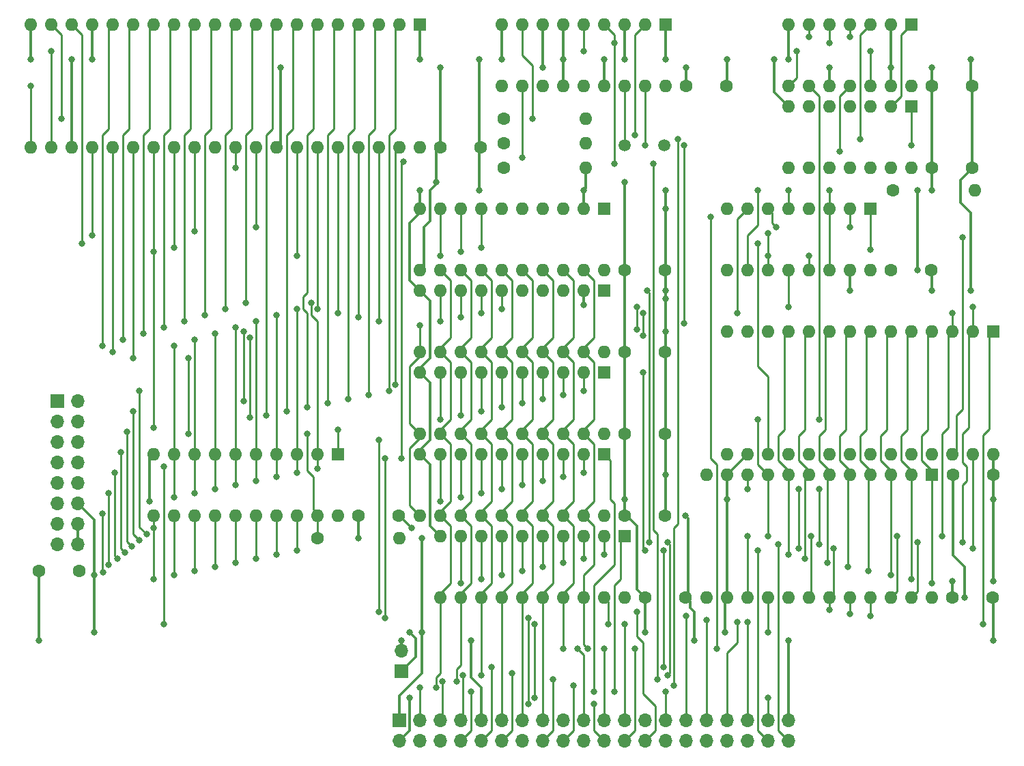
<source format=gbr>
G04 #@! TF.GenerationSoftware,KiCad,Pcbnew,(5.1.8)-1*
G04 #@! TF.CreationDate,2022-06-05T20:07:46-06:00*
G04 #@! TF.ProjectId,PI86 V3,50493836-2056-4332-9e6b-696361645f70,rev?*
G04 #@! TF.SameCoordinates,Original*
G04 #@! TF.FileFunction,Copper,L2,Bot*
G04 #@! TF.FilePolarity,Positive*
%FSLAX46Y46*%
G04 Gerber Fmt 4.6, Leading zero omitted, Abs format (unit mm)*
G04 Created by KiCad (PCBNEW (5.1.8)-1) date 2022-06-05 20:07:46*
%MOMM*%
%LPD*%
G01*
G04 APERTURE LIST*
G04 #@! TA.AperFunction,ComponentPad*
%ADD10O,1.600000X1.600000*%
G04 #@! TD*
G04 #@! TA.AperFunction,ComponentPad*
%ADD11R,1.600000X1.600000*%
G04 #@! TD*
G04 #@! TA.AperFunction,ComponentPad*
%ADD12C,1.600000*%
G04 #@! TD*
G04 #@! TA.AperFunction,ComponentPad*
%ADD13O,1.700000X1.700000*%
G04 #@! TD*
G04 #@! TA.AperFunction,ComponentPad*
%ADD14R,1.700000X1.700000*%
G04 #@! TD*
G04 #@! TA.AperFunction,ComponentPad*
%ADD15C,1.500000*%
G04 #@! TD*
G04 #@! TA.AperFunction,ViaPad*
%ADD16C,0.800000*%
G04 #@! TD*
G04 #@! TA.AperFunction,Conductor*
%ADD17C,0.330200*%
G04 #@! TD*
G04 #@! TA.AperFunction,Conductor*
%ADD18C,0.250000*%
G04 #@! TD*
G04 APERTURE END LIST*
D10*
G04 #@! TO.P,U8,24*
G04 #@! TO.N,/3V3*
X193032380Y-105892600D03*
G04 #@! TO.P,U8,12*
G04 #@! TO.N,/GND*
X165092380Y-90652600D03*
G04 #@! TO.P,U8,23*
G04 #@! TO.N,/IOWR*
X190492380Y-105892600D03*
G04 #@! TO.P,U8,11*
G04 #@! TO.N,/3V3*
X167632380Y-90652600D03*
G04 #@! TO.P,U8,22*
G04 #@! TO.N,/IORD*
X187952380Y-105892600D03*
G04 #@! TO.P,U8,10*
G04 #@! TO.N,/IRQ0*
X170172380Y-90652600D03*
G04 #@! TO.P,U8,21*
G04 #@! TO.N,/IO_004X*
X185412380Y-105892600D03*
G04 #@! TO.P,U8,9*
G04 #@! TO.N,/HF_PCLK*
X172712380Y-90652600D03*
G04 #@! TO.P,U8,20*
G04 #@! TO.N,/A1*
X182872380Y-105892600D03*
G04 #@! TO.P,U8,8*
G04 #@! TO.N,/D7*
X175252380Y-90652600D03*
G04 #@! TO.P,U8,19*
G04 #@! TO.N,/A0*
X180332380Y-105892600D03*
G04 #@! TO.P,U8,7*
G04 #@! TO.N,/D6*
X177792380Y-90652600D03*
G04 #@! TO.P,U8,18*
G04 #@! TO.N,/HF_PCLK*
X177792380Y-105892600D03*
G04 #@! TO.P,U8,6*
G04 #@! TO.N,/D5*
X180332380Y-90652600D03*
G04 #@! TO.P,U8,17*
G04 #@! TO.N,/SPK_OUT*
X175252380Y-105892600D03*
G04 #@! TO.P,U8,5*
G04 #@! TO.N,/D4*
X182872380Y-90652600D03*
G04 #@! TO.P,U8,16*
G04 #@! TO.N,/3V3*
X172712380Y-105892600D03*
G04 #@! TO.P,U8,4*
G04 #@! TO.N,/D3*
X185412380Y-90652600D03*
G04 #@! TO.P,U8,15*
G04 #@! TO.N,/HF_PCLK*
X170172380Y-105892600D03*
G04 #@! TO.P,U8,3*
G04 #@! TO.N,/D2*
X187952380Y-90652600D03*
G04 #@! TO.P,U8,14*
G04 #@! TO.N,/3V3*
X167632380Y-105892600D03*
G04 #@! TO.P,U8,2*
G04 #@! TO.N,/D1*
X190492380Y-90652600D03*
G04 #@! TO.P,U8,13*
G04 #@! TO.N,Net-(U8-Pad13)*
X165092380Y-105892600D03*
D11*
G04 #@! TO.P,U8,1*
G04 #@! TO.N,/D0*
X193032380Y-90652600D03*
G04 #@! TD*
D12*
G04 #@! TO.P,C14,2*
G04 #@! TO.N,/5+*
X87288380Y-102590600D03*
G04 #@! TO.P,C14,1*
G04 #@! TO.N,/GND*
X82288380Y-102590600D03*
G04 #@! TD*
D13*
G04 #@! TO.P,J3,16*
G04 #@! TO.N,/GND*
X87114380Y-99288600D03*
G04 #@! TO.P,J3,15*
G04 #@! TO.N,/D0*
X84574380Y-99288600D03*
G04 #@! TO.P,J3,14*
G04 #@! TO.N,/GND*
X87114380Y-96748600D03*
G04 #@! TO.P,J3,13*
G04 #@! TO.N,/D1*
X84574380Y-96748600D03*
G04 #@! TO.P,J3,12*
G04 #@! TO.N,/5+*
X87114380Y-94208600D03*
G04 #@! TO.P,J3,11*
G04 #@! TO.N,/D2*
X84574380Y-94208600D03*
G04 #@! TO.P,J3,10*
G04 #@! TO.N,/INT*
X87114380Y-91668600D03*
G04 #@! TO.P,J3,9*
G04 #@! TO.N,/D3*
X84574380Y-91668600D03*
G04 #@! TO.P,J3,8*
G04 #@! TO.N,/A2*
X87114380Y-89128600D03*
G04 #@! TO.P,J3,7*
G04 #@! TO.N,/D4*
X84574380Y-89128600D03*
G04 #@! TO.P,J3,6*
G04 #@! TO.N,/IO_00EX*
X87114380Y-86588600D03*
G04 #@! TO.P,J3,5*
G04 #@! TO.N,/D5*
X84574380Y-86588600D03*
G04 #@! TO.P,J3,4*
G04 #@! TO.N,/IORD*
X87114380Y-84048600D03*
G04 #@! TO.P,J3,3*
G04 #@! TO.N,/D6*
X84574380Y-84048600D03*
G04 #@! TO.P,J3,2*
G04 #@! TO.N,/IOWR*
X87114380Y-81508600D03*
D14*
G04 #@! TO.P,J3,1*
G04 #@! TO.N,/D7*
X84574380Y-81508600D03*
G04 #@! TD*
D10*
G04 #@! TO.P,U13,20*
G04 #@! TO.N,/3V3*
X154932380Y-105892600D03*
G04 #@! TO.P,U13,10*
G04 #@! TO.N,/GND*
X132072380Y-98272600D03*
G04 #@! TO.P,U13,19*
G04 #@! TO.N,/D0_D7_OUTPUT_E*
X152392380Y-105892600D03*
G04 #@! TO.P,U13,9*
G04 #@! TO.N,/D0*
X134612380Y-98272600D03*
G04 #@! TO.P,U13,18*
G04 #@! TO.N,/BUS_7*
X149852380Y-105892600D03*
G04 #@! TO.P,U13,8*
G04 #@! TO.N,/D1*
X137152380Y-98272600D03*
G04 #@! TO.P,U13,17*
G04 #@! TO.N,/BUS_6*
X147312380Y-105892600D03*
G04 #@! TO.P,U13,7*
G04 #@! TO.N,/D2*
X139692380Y-98272600D03*
G04 #@! TO.P,U13,16*
G04 #@! TO.N,/BUS_5*
X144772380Y-105892600D03*
G04 #@! TO.P,U13,6*
G04 #@! TO.N,/D3*
X142232380Y-98272600D03*
G04 #@! TO.P,U13,15*
G04 #@! TO.N,/BUS_4*
X142232380Y-105892600D03*
G04 #@! TO.P,U13,5*
G04 #@! TO.N,/D4*
X144772380Y-98272600D03*
G04 #@! TO.P,U13,14*
G04 #@! TO.N,/BUS_3*
X139692380Y-105892600D03*
G04 #@! TO.P,U13,4*
G04 #@! TO.N,/D5*
X147312380Y-98272600D03*
G04 #@! TO.P,U13,13*
G04 #@! TO.N,/BUS_2*
X137152380Y-105892600D03*
G04 #@! TO.P,U13,3*
G04 #@! TO.N,/D6*
X149852380Y-98272600D03*
G04 #@! TO.P,U13,12*
G04 #@! TO.N,/BUS_1*
X134612380Y-105892600D03*
G04 #@! TO.P,U13,2*
G04 #@! TO.N,/D7*
X152392380Y-98272600D03*
G04 #@! TO.P,U13,11*
G04 #@! TO.N,/BUS_0*
X132072380Y-105892600D03*
D11*
G04 #@! TO.P,U13,1*
G04 #@! TO.N,/D0_D7_DIR*
X154932380Y-98272600D03*
G04 #@! TD*
D12*
G04 #@! TO.P,C13,2*
G04 #@! TO.N,/3V3*
X157472380Y-105892600D03*
G04 #@! TO.P,C13,1*
G04 #@! TO.N,/GND*
X162472380Y-105892600D03*
G04 #@! TD*
D10*
G04 #@! TO.P,U12,16*
G04 #@! TO.N,/3V3*
X185412380Y-65252600D03*
G04 #@! TO.P,U12,8*
G04 #@! TO.N,/GND*
X167632380Y-57632600D03*
G04 #@! TO.P,U12,15*
X182872380Y-65252600D03*
G04 #@! TO.P,U12,7*
G04 #@! TO.N,/IORD*
X170172380Y-57632600D03*
G04 #@! TO.P,U12,14*
G04 #@! TO.N,/PU1*
X180332380Y-65252600D03*
G04 #@! TO.P,U12,6*
G04 #@! TO.N,/RD*
X172712380Y-57632600D03*
G04 #@! TO.P,U12,13*
G04 #@! TO.N,/WR*
X177792380Y-65252600D03*
G04 #@! TO.P,U12,5*
G04 #@! TO.N,/PU1*
X175252380Y-57632600D03*
G04 #@! TO.P,U12,12*
G04 #@! TO.N,/IOWR*
X175252380Y-65252600D03*
G04 #@! TO.P,U12,4*
G04 #@! TO.N,/MRD*
X177792380Y-57632600D03*
G04 #@! TO.P,U12,11*
G04 #@! TO.N,/WR*
X172712380Y-65252600D03*
G04 #@! TO.P,U12,3*
G04 #@! TO.N,/PU1*
X180332380Y-57632600D03*
G04 #@! TO.P,U12,10*
X170172380Y-65252600D03*
G04 #@! TO.P,U12,2*
G04 #@! TO.N,/RD*
X182872380Y-57632600D03*
G04 #@! TO.P,U12,9*
G04 #@! TO.N,/MWR*
X167632380Y-65252600D03*
D11*
G04 #@! TO.P,U12,1*
G04 #@! TO.N,/IO_M*
X185412380Y-57632600D03*
G04 #@! TD*
D10*
G04 #@! TO.P,R4,2*
G04 #@! TO.N,/GND*
X150106380Y-52552600D03*
D12*
G04 #@! TO.P,R4,1*
G04 #@! TO.N,/HOLD*
X139946380Y-52552600D03*
G04 #@! TD*
D10*
G04 #@! TO.P,R3,2*
G04 #@! TO.N,/3V3*
X198366380Y-55346600D03*
D12*
G04 #@! TO.P,R3,1*
G04 #@! TO.N,/PU1*
X188206380Y-55346600D03*
G04 #@! TD*
G04 #@! TO.P,C12,2*
G04 #@! TO.N,/3V3*
X187952380Y-65252600D03*
G04 #@! TO.P,C12,1*
G04 #@! TO.N,/GND*
X192952380Y-65252600D03*
G04 #@! TD*
D15*
G04 #@! TO.P,Y1,2*
G04 #@! TO.N,/X1*
X159832380Y-49758600D03*
G04 #@! TO.P,Y1,1*
G04 #@! TO.N,/X2*
X154932380Y-49758600D03*
G04 #@! TD*
D10*
G04 #@! TO.P,U11,14*
G04 #@! TO.N,/3V3*
X190492380Y-42392600D03*
G04 #@! TO.P,U11,7*
G04 #@! TO.N,/GND*
X175252380Y-34772600D03*
G04 #@! TO.P,U11,13*
G04 #@! TO.N,/3V3*
X187952380Y-42392600D03*
G04 #@! TO.P,U11,6*
G04 #@! TO.N,/NOT_Q*
X177792380Y-34772600D03*
G04 #@! TO.P,U11,12*
G04 #@! TO.N,/FBK*
X185412380Y-42392600D03*
G04 #@! TO.P,U11,5*
G04 #@! TO.N,/RDY1*
X180332380Y-34772600D03*
G04 #@! TO.P,U11,11*
G04 #@! TO.N,/PCLK88*
X182872380Y-42392600D03*
G04 #@! TO.P,U11,4*
G04 #@! TO.N,/NOT_Q*
X182872380Y-34772600D03*
G04 #@! TO.P,U11,10*
G04 #@! TO.N,/3V3*
X180332380Y-42392600D03*
G04 #@! TO.P,U11,3*
G04 #@! TO.N,/BUS_READY*
X185412380Y-34772600D03*
G04 #@! TO.P,U11,9*
G04 #@! TO.N,/HF_PCLK*
X177792380Y-42392600D03*
G04 #@! TO.P,U11,2*
G04 #@! TO.N,/3V3*
X187952380Y-34772600D03*
G04 #@! TO.P,U11,8*
G04 #@! TO.N,/FBK*
X175252380Y-42392600D03*
D11*
G04 #@! TO.P,U11,1*
G04 #@! TO.N,/CLR*
X190492380Y-34772600D03*
G04 #@! TD*
D10*
G04 #@! TO.P,U10,14*
G04 #@! TO.N,/3V3*
X190492380Y-52552600D03*
G04 #@! TO.P,U10,7*
G04 #@! TO.N,/GND*
X175252380Y-44932600D03*
G04 #@! TO.P,U10,13*
G04 #@! TO.N,N/C*
X187952380Y-52552600D03*
G04 #@! TO.P,U10,6*
X177792380Y-44932600D03*
G04 #@! TO.P,U10,12*
X185412380Y-52552600D03*
G04 #@! TO.P,U10,5*
X180332380Y-44932600D03*
G04 #@! TO.P,U10,11*
X182872380Y-52552600D03*
G04 #@! TO.P,U10,4*
X182872380Y-44932600D03*
G04 #@! TO.P,U10,10*
X180332380Y-52552600D03*
G04 #@! TO.P,U10,3*
X185412380Y-44932600D03*
G04 #@! TO.P,U10,9*
X177792380Y-52552600D03*
G04 #@! TO.P,U10,2*
G04 #@! TO.N,/CLR*
X187952380Y-44932600D03*
G04 #@! TO.P,U10,8*
G04 #@! TO.N,N/C*
X175252380Y-52552600D03*
D11*
G04 #@! TO.P,U10,1*
G04 #@! TO.N,/ALE*
X190492380Y-44932600D03*
G04 #@! TD*
D10*
G04 #@! TO.P,U9,20*
G04 #@! TO.N,/3V3*
X152392380Y-85572600D03*
G04 #@! TO.P,U9,10*
G04 #@! TO.N,/GND*
X129532380Y-77952600D03*
G04 #@! TO.P,U9,19*
G04 #@! TO.N,/BUS_7*
X149852380Y-85572600D03*
G04 #@! TO.P,U9,9*
G04 #@! TO.N,/A8*
X132072380Y-77952600D03*
G04 #@! TO.P,U9,18*
G04 #@! TO.N,/BUS_6*
X147312380Y-85572600D03*
G04 #@! TO.P,U9,8*
G04 #@! TO.N,/A9*
X134612380Y-77952600D03*
G04 #@! TO.P,U9,17*
G04 #@! TO.N,/BUS_5*
X144772380Y-85572600D03*
G04 #@! TO.P,U9,7*
G04 #@! TO.N,/A10*
X137152380Y-77952600D03*
G04 #@! TO.P,U9,16*
G04 #@! TO.N,/BUS_4*
X142232380Y-85572600D03*
G04 #@! TO.P,U9,6*
G04 #@! TO.N,/A11*
X139692380Y-77952600D03*
G04 #@! TO.P,U9,15*
G04 #@! TO.N,/BUS_3*
X139692380Y-85572600D03*
G04 #@! TO.P,U9,5*
G04 #@! TO.N,/A12*
X142232380Y-77952600D03*
G04 #@! TO.P,U9,14*
G04 #@! TO.N,/BUS_2*
X137152380Y-85572600D03*
G04 #@! TO.P,U9,4*
G04 #@! TO.N,/A13*
X144772380Y-77952600D03*
G04 #@! TO.P,U9,13*
G04 #@! TO.N,/BUS_1*
X134612380Y-85572600D03*
G04 #@! TO.P,U9,3*
G04 #@! TO.N,/A14*
X147312380Y-77952600D03*
G04 #@! TO.P,U9,12*
G04 #@! TO.N,/BUS_0*
X132072380Y-85572600D03*
G04 #@! TO.P,U9,2*
G04 #@! TO.N,/A15*
X149852380Y-77952600D03*
G04 #@! TO.P,U9,11*
G04 #@! TO.N,/ALE*
X129532380Y-85572600D03*
D11*
G04 #@! TO.P,U9,1*
G04 #@! TO.N,/A8-A15_OUTPUT_E*
X152392380Y-77952600D03*
G04 #@! TD*
D10*
G04 #@! TO.P,U7,28*
G04 #@! TO.N,/3V3*
X200652380Y-88112600D03*
G04 #@! TO.P,U7,14*
G04 #@! TO.N,/GND*
X167632380Y-72872600D03*
G04 #@! TO.P,U7,27*
G04 #@! TO.N,/A0*
X198112380Y-88112600D03*
G04 #@! TO.P,U7,13*
G04 #@! TO.N,Net-(U7-Pad13)*
X170172380Y-72872600D03*
G04 #@! TO.P,U7,26*
G04 #@! TO.N,/INTA*
X195572380Y-88112600D03*
G04 #@! TO.P,U7,12*
G04 #@! TO.N,Net-(U7-Pad12)*
X172712380Y-72872600D03*
G04 #@! TO.P,U7,25*
G04 #@! TO.N,Net-(U7-Pad25)*
X193032380Y-88112600D03*
G04 #@! TO.P,U7,11*
G04 #@! TO.N,/D7*
X175252380Y-72872600D03*
G04 #@! TO.P,U7,24*
G04 #@! TO.N,Net-(U7-Pad24)*
X190492380Y-88112600D03*
G04 #@! TO.P,U7,10*
G04 #@! TO.N,/D6*
X177792380Y-72872600D03*
G04 #@! TO.P,U7,23*
G04 #@! TO.N,Net-(U7-Pad23)*
X187952380Y-88112600D03*
G04 #@! TO.P,U7,9*
G04 #@! TO.N,/D5*
X180332380Y-72872600D03*
G04 #@! TO.P,U7,22*
G04 #@! TO.N,Net-(U7-Pad22)*
X185412380Y-88112600D03*
G04 #@! TO.P,U7,8*
G04 #@! TO.N,/D4*
X182872380Y-72872600D03*
G04 #@! TO.P,U7,21*
G04 #@! TO.N,Net-(U7-Pad21)*
X182872380Y-88112600D03*
G04 #@! TO.P,U7,7*
G04 #@! TO.N,/D3*
X185412380Y-72872600D03*
G04 #@! TO.P,U7,20*
G04 #@! TO.N,/IRQ2*
X180332380Y-88112600D03*
G04 #@! TO.P,U7,6*
G04 #@! TO.N,/D2*
X187952380Y-72872600D03*
G04 #@! TO.P,U7,19*
G04 #@! TO.N,/IRQ1*
X177792380Y-88112600D03*
G04 #@! TO.P,U7,5*
G04 #@! TO.N,/D1*
X190492380Y-72872600D03*
G04 #@! TO.P,U7,18*
G04 #@! TO.N,/IRQ0*
X175252380Y-88112600D03*
G04 #@! TO.P,U7,4*
G04 #@! TO.N,/D0*
X193032380Y-72872600D03*
G04 #@! TO.P,U7,17*
G04 #@! TO.N,/INTR*
X172712380Y-88112600D03*
G04 #@! TO.P,U7,3*
G04 #@! TO.N,/IORD*
X195572380Y-72872600D03*
G04 #@! TO.P,U7,16*
G04 #@! TO.N,/3V3*
X170172380Y-88112600D03*
G04 #@! TO.P,U7,2*
G04 #@! TO.N,/IOWR*
X198112380Y-72872600D03*
G04 #@! TO.P,U7,15*
G04 #@! TO.N,Net-(U7-Pad15)*
X167632380Y-88112600D03*
D11*
G04 #@! TO.P,U7,1*
G04 #@! TO.N,/IO_002X*
X200652380Y-72872600D03*
G04 #@! TD*
D10*
G04 #@! TO.P,U6,18*
G04 #@! TO.N,/3V3*
X160012380Y-42392600D03*
G04 #@! TO.P,U6,9*
G04 #@! TO.N,/GND*
X139692380Y-34772600D03*
G04 #@! TO.P,U6,17*
G04 #@! TO.N,/X1*
X157472380Y-42392600D03*
G04 #@! TO.P,U6,8*
G04 #@! TO.N,/CLK1*
X142232380Y-34772600D03*
G04 #@! TO.P,U6,16*
G04 #@! TO.N,/X2*
X154932380Y-42392600D03*
G04 #@! TO.P,U6,7*
G04 #@! TO.N,/3V3*
X144772380Y-34772600D03*
G04 #@! TO.P,U6,15*
G04 #@! TO.N,/GND*
X152392380Y-42392600D03*
G04 #@! TO.P,U6,6*
X147312380Y-34772600D03*
G04 #@! TO.P,U6,14*
G04 #@! TO.N,Net-(U6-Pad14)*
X149852380Y-42392600D03*
G04 #@! TO.P,U6,5*
G04 #@! TO.N,/READY1*
X149852380Y-34772600D03*
G04 #@! TO.P,U6,13*
G04 #@! TO.N,/GND*
X147312380Y-42392600D03*
G04 #@! TO.P,U6,4*
G04 #@! TO.N,/RDY1*
X152392380Y-34772600D03*
G04 #@! TO.P,U6,12*
G04 #@! TO.N,Net-(U6-Pad12)*
X144772380Y-42392600D03*
G04 #@! TO.P,U6,3*
G04 #@! TO.N,/GND*
X154932380Y-34772600D03*
G04 #@! TO.P,U6,11*
G04 #@! TO.N,/RESET*
X142232380Y-42392600D03*
G04 #@! TO.P,U6,2*
G04 #@! TO.N,/PCLK1*
X157472380Y-34772600D03*
G04 #@! TO.P,U6,10*
G04 #@! TO.N,/RESET1*
X139692380Y-42392600D03*
D11*
G04 #@! TO.P,U6,1*
G04 #@! TO.N,/GND*
X160012380Y-34772600D03*
G04 #@! TD*
D10*
G04 #@! TO.P,U5,20*
G04 #@! TO.N,/3V3*
X152392380Y-65252600D03*
G04 #@! TO.P,U5,10*
G04 #@! TO.N,/GND*
X129532380Y-57632600D03*
G04 #@! TO.P,U5,19*
G04 #@! TO.N,/BUS_7*
X149852380Y-65252600D03*
G04 #@! TO.P,U5,9*
G04 #@! TO.N,/SSO*
X132072380Y-57632600D03*
G04 #@! TO.P,U5,18*
G04 #@! TO.N,/BUS_6*
X147312380Y-65252600D03*
G04 #@! TO.P,U5,8*
G04 #@! TO.N,/DTR*
X134612380Y-57632600D03*
G04 #@! TO.P,U5,17*
G04 #@! TO.N,/BUS_5*
X144772380Y-65252600D03*
G04 #@! TO.P,U5,7*
G04 #@! TO.N,/IO_M*
X137152380Y-57632600D03*
G04 #@! TO.P,U5,16*
G04 #@! TO.N,/BUS_4*
X142232380Y-65252600D03*
G04 #@! TO.P,U5,6*
G04 #@! TO.N,/GND*
X139692380Y-57632600D03*
G04 #@! TO.P,U5,15*
G04 #@! TO.N,/BUS_3*
X139692380Y-65252600D03*
G04 #@! TO.P,U5,5*
G04 #@! TO.N,/GND*
X142232380Y-57632600D03*
G04 #@! TO.P,U5,14*
G04 #@! TO.N,/BUS_2*
X137152380Y-65252600D03*
G04 #@! TO.P,U5,4*
G04 #@! TO.N,/GND*
X144772380Y-57632600D03*
G04 #@! TO.P,U5,13*
G04 #@! TO.N,/BUS_1*
X134612380Y-65252600D03*
G04 #@! TO.P,U5,3*
G04 #@! TO.N,/GND*
X147312380Y-57632600D03*
G04 #@! TO.P,U5,12*
G04 #@! TO.N,/BUS_0*
X132072380Y-65252600D03*
G04 #@! TO.P,U5,2*
G04 #@! TO.N,/GND*
X149852380Y-57632600D03*
G04 #@! TO.P,U5,11*
G04 #@! TO.N,/3V3*
X129532380Y-65252600D03*
D11*
G04 #@! TO.P,U5,1*
G04 #@! TO.N,/S0_S2_OUTPUT_E*
X152392380Y-57632600D03*
G04 #@! TD*
D10*
G04 #@! TO.P,U4,20*
G04 #@! TO.N,/3V3*
X119372380Y-95732600D03*
G04 #@! TO.P,U4,10*
G04 #@! TO.N,/GND*
X96512380Y-88112600D03*
G04 #@! TO.P,U4,19*
G04 #@! TO.N,/DEN*
X116832380Y-95732600D03*
G04 #@! TO.P,U4,9*
G04 #@! TO.N,/AD0*
X99052380Y-88112600D03*
G04 #@! TO.P,U4,18*
G04 #@! TO.N,/D7*
X114292380Y-95732600D03*
G04 #@! TO.P,U4,8*
G04 #@! TO.N,/AD1*
X101592380Y-88112600D03*
G04 #@! TO.P,U4,17*
G04 #@! TO.N,/D6*
X111752380Y-95732600D03*
G04 #@! TO.P,U4,7*
G04 #@! TO.N,/AD2*
X104132380Y-88112600D03*
G04 #@! TO.P,U4,16*
G04 #@! TO.N,/D5*
X109212380Y-95732600D03*
G04 #@! TO.P,U4,6*
G04 #@! TO.N,/AD3*
X106672380Y-88112600D03*
G04 #@! TO.P,U4,15*
G04 #@! TO.N,/D4*
X106672380Y-95732600D03*
G04 #@! TO.P,U4,5*
G04 #@! TO.N,/AD4*
X109212380Y-88112600D03*
G04 #@! TO.P,U4,14*
G04 #@! TO.N,/D3*
X104132380Y-95732600D03*
G04 #@! TO.P,U4,4*
G04 #@! TO.N,/AD5*
X111752380Y-88112600D03*
G04 #@! TO.P,U4,13*
G04 #@! TO.N,/D2*
X101592380Y-95732600D03*
G04 #@! TO.P,U4,3*
G04 #@! TO.N,/AD6*
X114292380Y-88112600D03*
G04 #@! TO.P,U4,12*
G04 #@! TO.N,/D1*
X99052380Y-95732600D03*
G04 #@! TO.P,U4,2*
G04 #@! TO.N,/AD7*
X116832380Y-88112600D03*
G04 #@! TO.P,U4,11*
G04 #@! TO.N,/D0*
X96512380Y-95732600D03*
D11*
G04 #@! TO.P,U4,1*
G04 #@! TO.N,/DTR*
X119372380Y-88112600D03*
G04 #@! TD*
D10*
G04 #@! TO.P,U3,20*
G04 #@! TO.N,/3V3*
X152392380Y-95732600D03*
G04 #@! TO.P,U3,10*
G04 #@! TO.N,/GND*
X129532380Y-88112600D03*
G04 #@! TO.P,U3,19*
G04 #@! TO.N,/BUS_7*
X149852380Y-95732600D03*
G04 #@! TO.P,U3,9*
G04 #@! TO.N,/AD0*
X132072380Y-88112600D03*
G04 #@! TO.P,U3,18*
G04 #@! TO.N,/BUS_6*
X147312380Y-95732600D03*
G04 #@! TO.P,U3,8*
G04 #@! TO.N,/AD1*
X134612380Y-88112600D03*
G04 #@! TO.P,U3,17*
G04 #@! TO.N,/BUS_5*
X144772380Y-95732600D03*
G04 #@! TO.P,U3,7*
G04 #@! TO.N,/AD2*
X137152380Y-88112600D03*
G04 #@! TO.P,U3,16*
G04 #@! TO.N,/BUS_4*
X142232380Y-95732600D03*
G04 #@! TO.P,U3,6*
G04 #@! TO.N,/AD3*
X139692380Y-88112600D03*
G04 #@! TO.P,U3,15*
G04 #@! TO.N,/BUS_3*
X139692380Y-95732600D03*
G04 #@! TO.P,U3,5*
G04 #@! TO.N,/AD4*
X142232380Y-88112600D03*
G04 #@! TO.P,U3,14*
G04 #@! TO.N,/BUS_2*
X137152380Y-95732600D03*
G04 #@! TO.P,U3,4*
G04 #@! TO.N,/AD5*
X144772380Y-88112600D03*
G04 #@! TO.P,U3,13*
G04 #@! TO.N,/BUS_1*
X134612380Y-95732600D03*
G04 #@! TO.P,U3,3*
G04 #@! TO.N,/AD6*
X147312380Y-88112600D03*
G04 #@! TO.P,U3,12*
G04 #@! TO.N,/BUS_0*
X132072380Y-95732600D03*
G04 #@! TO.P,U3,2*
G04 #@! TO.N,/AD7*
X149852380Y-88112600D03*
G04 #@! TO.P,U3,11*
G04 #@! TO.N,/ALE*
X129532380Y-95732600D03*
D11*
G04 #@! TO.P,U3,1*
G04 #@! TO.N,/A0-A7_OUTPUT_E*
X152392380Y-88112600D03*
G04 #@! TD*
D10*
G04 #@! TO.P,U2,20*
G04 #@! TO.N,/3V3*
X152392380Y-75412600D03*
G04 #@! TO.P,U2,10*
G04 #@! TO.N,/GND*
X129532380Y-67792600D03*
G04 #@! TO.P,U2,19*
G04 #@! TO.N,/BUS_7*
X149852380Y-75412600D03*
G04 #@! TO.P,U2,9*
G04 #@! TO.N,/A16_*
X132072380Y-67792600D03*
G04 #@! TO.P,U2,18*
G04 #@! TO.N,/BUS_6*
X147312380Y-75412600D03*
G04 #@! TO.P,U2,8*
G04 #@! TO.N,/A17_*
X134612380Y-67792600D03*
G04 #@! TO.P,U2,17*
G04 #@! TO.N,/BUS_5*
X144772380Y-75412600D03*
G04 #@! TO.P,U2,7*
G04 #@! TO.N,/A18_*
X137152380Y-67792600D03*
G04 #@! TO.P,U2,16*
G04 #@! TO.N,/BUS_4*
X142232380Y-75412600D03*
G04 #@! TO.P,U2,6*
G04 #@! TO.N,/A19_*
X139692380Y-67792600D03*
G04 #@! TO.P,U2,15*
G04 #@! TO.N,/BUS_3*
X139692380Y-75412600D03*
G04 #@! TO.P,U2,5*
G04 #@! TO.N,/GND*
X142232380Y-67792600D03*
G04 #@! TO.P,U2,14*
G04 #@! TO.N,/BUS_2*
X137152380Y-75412600D03*
G04 #@! TO.P,U2,4*
G04 #@! TO.N,/GND*
X144772380Y-67792600D03*
G04 #@! TO.P,U2,13*
G04 #@! TO.N,/BUS_1*
X134612380Y-75412600D03*
G04 #@! TO.P,U2,3*
G04 #@! TO.N,/GND*
X147312380Y-67792600D03*
G04 #@! TO.P,U2,12*
G04 #@! TO.N,/BUS_0*
X132072380Y-75412600D03*
G04 #@! TO.P,U2,2*
G04 #@! TO.N,/GND*
X149852380Y-67792600D03*
G04 #@! TO.P,U2,11*
G04 #@! TO.N,/ALE*
X129532380Y-75412600D03*
D11*
G04 #@! TO.P,U2,1*
G04 #@! TO.N,/A16-A19_OUTPUT_E*
X152392380Y-67792600D03*
G04 #@! TD*
D10*
G04 #@! TO.P,U1,40*
G04 #@! TO.N,/3V3*
X129532380Y-50012600D03*
G04 #@! TO.P,U1,20*
G04 #@! TO.N,/GND*
X81272380Y-34772600D03*
G04 #@! TO.P,U1,39*
G04 #@! TO.N,/A15*
X126992380Y-50012600D03*
G04 #@! TO.P,U1,19*
G04 #@! TO.N,/CLK_88*
X83812380Y-34772600D03*
G04 #@! TO.P,U1,38*
G04 #@! TO.N,/A16_*
X124452380Y-50012600D03*
G04 #@! TO.P,U1,18*
G04 #@! TO.N,/INTR*
X86352380Y-34772600D03*
G04 #@! TO.P,U1,37*
G04 #@! TO.N,/A17_*
X121912380Y-50012600D03*
G04 #@! TO.P,U1,17*
G04 #@! TO.N,/GND*
X88892380Y-34772600D03*
G04 #@! TO.P,U1,36*
G04 #@! TO.N,/A18_*
X119372380Y-50012600D03*
G04 #@! TO.P,U1,16*
G04 #@! TO.N,/AD0*
X91432380Y-34772600D03*
G04 #@! TO.P,U1,35*
G04 #@! TO.N,/A19_*
X116832380Y-50012600D03*
G04 #@! TO.P,U1,15*
G04 #@! TO.N,/AD1*
X93972380Y-34772600D03*
G04 #@! TO.P,U1,34*
G04 #@! TO.N,/SSO*
X114292380Y-50012600D03*
G04 #@! TO.P,U1,14*
G04 #@! TO.N,/AD2*
X96512380Y-34772600D03*
G04 #@! TO.P,U1,33*
G04 #@! TO.N,/3V3*
X111752380Y-50012600D03*
G04 #@! TO.P,U1,13*
G04 #@! TO.N,/AD3*
X99052380Y-34772600D03*
G04 #@! TO.P,U1,32*
G04 #@! TO.N,/RD*
X109212380Y-50012600D03*
G04 #@! TO.P,U1,12*
G04 #@! TO.N,/AD4*
X101592380Y-34772600D03*
G04 #@! TO.P,U1,31*
G04 #@! TO.N,/HOLD*
X106672380Y-50012600D03*
G04 #@! TO.P,U1,11*
G04 #@! TO.N,/AD5*
X104132380Y-34772600D03*
G04 #@! TO.P,U1,30*
G04 #@! TO.N,/HOLDA*
X104132380Y-50012600D03*
G04 #@! TO.P,U1,10*
G04 #@! TO.N,/AD6*
X106672380Y-34772600D03*
G04 #@! TO.P,U1,29*
G04 #@! TO.N,/WR*
X101592380Y-50012600D03*
G04 #@! TO.P,U1,9*
G04 #@! TO.N,/AD7*
X109212380Y-34772600D03*
G04 #@! TO.P,U1,28*
G04 #@! TO.N,/IO_M*
X99052380Y-50012600D03*
G04 #@! TO.P,U1,8*
G04 #@! TO.N,/A8*
X111752380Y-34772600D03*
G04 #@! TO.P,U1,27*
G04 #@! TO.N,/DTR*
X96512380Y-50012600D03*
G04 #@! TO.P,U1,7*
G04 #@! TO.N,/A9*
X114292380Y-34772600D03*
G04 #@! TO.P,U1,26*
G04 #@! TO.N,/DEN*
X93972380Y-50012600D03*
G04 #@! TO.P,U1,6*
G04 #@! TO.N,/A10*
X116832380Y-34772600D03*
G04 #@! TO.P,U1,25*
G04 #@! TO.N,/ALE*
X91432380Y-50012600D03*
G04 #@! TO.P,U1,5*
G04 #@! TO.N,/A11*
X119372380Y-34772600D03*
G04 #@! TO.P,U1,24*
G04 #@! TO.N,/INTA*
X88892380Y-50012600D03*
G04 #@! TO.P,U1,4*
G04 #@! TO.N,/A12*
X121912380Y-34772600D03*
G04 #@! TO.P,U1,23*
G04 #@! TO.N,/GND*
X86352380Y-50012600D03*
G04 #@! TO.P,U1,3*
G04 #@! TO.N,/A13*
X124452380Y-34772600D03*
G04 #@! TO.P,U1,22*
G04 #@! TO.N,/READY1*
X83812380Y-50012600D03*
G04 #@! TO.P,U1,2*
G04 #@! TO.N,/A14*
X126992380Y-34772600D03*
G04 #@! TO.P,U1,21*
G04 #@! TO.N,/RESET1*
X81272380Y-50012600D03*
D11*
G04 #@! TO.P,U1,1*
G04 #@! TO.N,/GND*
X129532380Y-34772600D03*
G04 #@! TD*
D10*
G04 #@! TO.P,R5,2*
G04 #@! TO.N,/3V3*
X126992380Y-98526600D03*
D12*
G04 #@! TO.P,R5,1*
G04 #@! TO.N,/DEN*
X116832380Y-98526600D03*
G04 #@! TD*
D10*
G04 #@! TO.P,R2,2*
G04 #@! TO.N,/PCLK1*
X150106380Y-49504600D03*
D12*
G04 #@! TO.P,R2,1*
G04 #@! TO.N,/PCLK88*
X139946380Y-49504600D03*
G04 #@! TD*
D10*
G04 #@! TO.P,R1,2*
G04 #@! TO.N,/CLK1*
X150106380Y-46456600D03*
D12*
G04 #@! TO.P,R1,1*
G04 #@! TO.N,/CLK_88*
X139946380Y-46456600D03*
G04 #@! TD*
D13*
G04 #@! TO.P,J2,2*
G04 #@! TO.N,/GND*
X127246380Y-112496600D03*
D14*
G04 #@! TO.P,J2,1*
G04 #@! TO.N,/5+*
X127246380Y-115036600D03*
G04 #@! TD*
D13*
G04 #@! TO.P,J1,40*
G04 #@! TO.N,/IRQ2*
X175252380Y-123672600D03*
G04 #@! TO.P,J1,39*
G04 #@! TO.N,/GND*
X175252380Y-121132600D03*
G04 #@! TO.P,J1,38*
G04 #@! TO.N,/IRQ1*
X172712380Y-123672600D03*
G04 #@! TO.P,J1,37*
G04 #@! TO.N,/A2*
X172712380Y-121132600D03*
G04 #@! TO.P,J1,36*
G04 #@! TO.N,Net-(J1-Pad36)*
X170172380Y-123672600D03*
G04 #@! TO.P,J1,35*
G04 #@! TO.N,/IO_004X*
X170172380Y-121132600D03*
G04 #@! TO.P,J1,34*
G04 #@! TO.N,Net-(J1-Pad34)*
X167632380Y-123672600D03*
G04 #@! TO.P,J1,33*
G04 #@! TO.N,/IO_002X*
X167632380Y-121132600D03*
G04 #@! TO.P,J1,32*
G04 #@! TO.N,Net-(J1-Pad32)*
X165092380Y-123672600D03*
G04 #@! TO.P,J1,31*
G04 #@! TO.N,/A1*
X165092380Y-121132600D03*
G04 #@! TO.P,J1,30*
G04 #@! TO.N,Net-(J1-Pad30)*
X162552380Y-123672600D03*
G04 #@! TO.P,J1,29*
G04 #@! TO.N,/A0*
X162552380Y-121132600D03*
G04 #@! TO.P,J1,28*
G04 #@! TO.N,Net-(J1-Pad28)*
X160012380Y-123672600D03*
G04 #@! TO.P,J1,27*
G04 #@! TO.N,/D0_D7_DIR*
X160012380Y-121132600D03*
G04 #@! TO.P,J1,26*
G04 #@! TO.N,/IO_00EX*
X157472380Y-123672600D03*
G04 #@! TO.P,J1,25*
G04 #@! TO.N,Net-(J1-Pad25)*
X157472380Y-121132600D03*
G04 #@! TO.P,J1,24*
G04 #@! TO.N,/S0_S2_OUTPUT_E*
X154932380Y-123672600D03*
G04 #@! TO.P,J1,23*
G04 #@! TO.N,/D0_D7_OUTPUT_E*
X154932380Y-121132600D03*
G04 #@! TO.P,J1,22*
G04 #@! TO.N,/RESET*
X152392380Y-123672600D03*
G04 #@! TO.P,J1,21*
G04 #@! TO.N,/BUS_7*
X152392380Y-121132600D03*
G04 #@! TO.P,J1,20*
G04 #@! TO.N,Net-(J1-Pad20)*
X149852380Y-123672600D03*
G04 #@! TO.P,J1,19*
G04 #@! TO.N,/BUS_6*
X149852380Y-121132600D03*
G04 #@! TO.P,J1,18*
G04 #@! TO.N,/BUS_READY*
X147312380Y-123672600D03*
G04 #@! TO.P,J1,17*
G04 #@! TO.N,Net-(J1-Pad17)*
X147312380Y-121132600D03*
G04 #@! TO.P,J1,16*
G04 #@! TO.N,/RDY1*
X144772380Y-123672600D03*
G04 #@! TO.P,J1,15*
G04 #@! TO.N,/BUS_5*
X144772380Y-121132600D03*
G04 #@! TO.P,J1,14*
G04 #@! TO.N,Net-(J1-Pad14)*
X142232380Y-123672600D03*
G04 #@! TO.P,J1,13*
G04 #@! TO.N,/BUS_4*
X142232380Y-121132600D03*
G04 #@! TO.P,J1,12*
G04 #@! TO.N,/A16-A19_OUTPUT_E*
X139692380Y-123672600D03*
G04 #@! TO.P,J1,11*
G04 #@! TO.N,/BUS_3*
X139692380Y-121132600D03*
G04 #@! TO.P,J1,10*
G04 #@! TO.N,/A8-A15_OUTPUT_E*
X137152380Y-123672600D03*
G04 #@! TO.P,J1,9*
G04 #@! TO.N,/GND*
X137152380Y-121132600D03*
G04 #@! TO.P,J1,8*
G04 #@! TO.N,/A0-A7_OUTPUT_E*
X134612380Y-123672600D03*
G04 #@! TO.P,J1,7*
G04 #@! TO.N,/BUS_2*
X134612380Y-121132600D03*
G04 #@! TO.P,J1,6*
G04 #@! TO.N,Net-(J1-Pad6)*
X132072380Y-123672600D03*
G04 #@! TO.P,J1,5*
G04 #@! TO.N,/BUS_1*
X132072380Y-121132600D03*
G04 #@! TO.P,J1,4*
G04 #@! TO.N,Net-(J1-Pad4)*
X129532380Y-123672600D03*
G04 #@! TO.P,J1,3*
G04 #@! TO.N,/BUS_0*
X129532380Y-121132600D03*
G04 #@! TO.P,J1,2*
G04 #@! TO.N,/5+*
X126992380Y-123672600D03*
D14*
G04 #@! TO.P,J1,1*
G04 #@! TO.N,/3V3*
X126992380Y-121132600D03*
G04 #@! TD*
D12*
G04 #@! TO.P,C11,2*
G04 #@! TO.N,/3V3*
X193032380Y-42392600D03*
G04 #@! TO.P,C11,1*
G04 #@! TO.N,/GND*
X198032380Y-42392600D03*
G04 #@! TD*
G04 #@! TO.P,C10,2*
G04 #@! TO.N,/3V3*
X193032380Y-52552600D03*
G04 #@! TO.P,C10,1*
G04 #@! TO.N,/GND*
X198032380Y-52552600D03*
G04 #@! TD*
G04 #@! TO.P,C9,2*
G04 #@! TO.N,/3V3*
X154932380Y-85572600D03*
G04 #@! TO.P,C9,1*
G04 #@! TO.N,/GND*
X159932380Y-85572600D03*
G04 #@! TD*
G04 #@! TO.P,C8,2*
G04 #@! TO.N,/3V3*
X195572380Y-105892600D03*
G04 #@! TO.P,C8,1*
G04 #@! TO.N,/GND*
X200572380Y-105892600D03*
G04 #@! TD*
G04 #@! TO.P,C7,2*
G04 #@! TO.N,/3V3*
X200652380Y-90652600D03*
G04 #@! TO.P,C7,1*
G04 #@! TO.N,/GND*
X195652380Y-90652600D03*
G04 #@! TD*
G04 #@! TO.P,C6,2*
G04 #@! TO.N,/3V3*
X162552380Y-42392600D03*
G04 #@! TO.P,C6,1*
G04 #@! TO.N,/GND*
X167552380Y-42392600D03*
G04 #@! TD*
G04 #@! TO.P,C5,2*
G04 #@! TO.N,/3V3*
X154932380Y-65252600D03*
G04 #@! TO.P,C5,1*
G04 #@! TO.N,/GND*
X159932380Y-65252600D03*
G04 #@! TD*
G04 #@! TO.P,C4,2*
G04 #@! TO.N,/3V3*
X121912380Y-95732600D03*
G04 #@! TO.P,C4,1*
G04 #@! TO.N,/GND*
X126912380Y-95732600D03*
G04 #@! TD*
G04 #@! TO.P,C3,2*
G04 #@! TO.N,/3V3*
X154932380Y-95732600D03*
G04 #@! TO.P,C3,1*
G04 #@! TO.N,/GND*
X159932380Y-95732600D03*
G04 #@! TD*
G04 #@! TO.P,C2,2*
G04 #@! TO.N,/3V3*
X154932380Y-75412600D03*
G04 #@! TO.P,C2,1*
G04 #@! TO.N,/GND*
X159932380Y-75412600D03*
G04 #@! TD*
G04 #@! TO.P,C1,2*
G04 #@! TO.N,/3V3*
X132072380Y-50012600D03*
G04 #@! TO.P,C1,1*
G04 #@! TO.N,/GND*
X137072380Y-50012600D03*
G04 #@! TD*
D16*
G04 #@! TO.N,/5+*
X128262380Y-118338600D03*
X128262380Y-110210600D03*
X89146376Y-110210600D03*
X89146376Y-103098604D03*
G04 #@! TO.N,/D0*
X96512380Y-103606600D03*
G04 #@! TO.N,/D2*
X101592380Y-102590600D03*
G04 #@! TO.N,/D1*
X99052380Y-103098600D03*
G04 #@! TO.N,/D7*
X114292380Y-100050600D03*
G04 #@! TO.N,/D6*
X111752380Y-100558600D03*
G04 #@! TO.N,/D5*
X109212380Y-101066600D03*
G04 #@! TO.N,/D4*
X106672380Y-101574600D03*
G04 #@! TO.N,/D3*
X104132380Y-102082600D03*
G04 #@! TO.N,/A15*
X149852380Y-80238600D03*
G04 #@! TO.N,/AD7*
X149852380Y-90398600D03*
G04 #@! TO.N,/A14*
X147312380Y-80746600D03*
G04 #@! TO.N,/A13*
X144772380Y-81254600D03*
G04 #@! TO.N,/A12*
X142232380Y-81762600D03*
G04 #@! TO.N,/A11*
X139692380Y-82270600D03*
G04 #@! TO.N,/A10*
X137152380Y-82778600D03*
G04 #@! TO.N,/A9*
X134612380Y-83286600D03*
G04 #@! TO.N,/A14*
X125722380Y-80238600D03*
G04 #@! TO.N,/AD6*
X147312380Y-90906600D03*
G04 #@! TO.N,/A13*
X123182380Y-80746600D03*
G04 #@! TO.N,/AD5*
X144772380Y-91414600D03*
G04 #@! TO.N,/A12*
X120642380Y-81254600D03*
G04 #@! TO.N,/AD4*
X142232380Y-91922600D03*
G04 #@! TO.N,/A11*
X118102380Y-81762600D03*
G04 #@! TO.N,/AD3*
X139692380Y-92430600D03*
G04 #@! TO.N,/A10*
X115562380Y-82270600D03*
G04 #@! TO.N,/AD2*
X137152380Y-92938600D03*
G04 #@! TO.N,/A9*
X113022380Y-82778600D03*
G04 #@! TO.N,/AD1*
X134612380Y-93446600D03*
G04 #@! TO.N,/A8*
X132072380Y-83794600D03*
X110482380Y-83286600D03*
G04 #@! TO.N,/AD0*
X132072380Y-93954600D03*
X99052380Y-93446600D03*
G04 #@! TO.N,/D0*
X134612380Y-104114600D03*
G04 #@! TO.N,/AD2*
X104132380Y-92430600D03*
G04 #@! TO.N,/D2*
X139692380Y-103098600D03*
G04 #@! TO.N,/AD4*
X109212380Y-91414600D03*
G04 #@! TO.N,/D4*
X144772380Y-102082600D03*
G04 #@! TO.N,/AD6*
X114292380Y-90398600D03*
G04 #@! TO.N,/AD1*
X101592380Y-92938600D03*
G04 #@! TO.N,/AD3*
X106672380Y-91922600D03*
G04 #@! TO.N,/AD5*
X111752380Y-90906600D03*
G04 #@! TO.N,/D6*
X149852380Y-101066600D03*
G04 #@! TO.N,/D1*
X137152380Y-103606600D03*
G04 #@! TO.N,/D3*
X142232380Y-102590600D03*
G04 #@! TO.N,/D5*
X147312380Y-101574600D03*
G04 #@! TO.N,/AD7*
X116832380Y-89890600D03*
G04 #@! TO.N,/D7*
X152392380Y-100558600D03*
G04 #@! TO.N,/A19_*
X139692380Y-70078600D03*
G04 #@! TO.N,/A18_*
X137152380Y-70586600D03*
G04 #@! TO.N,/A17_*
X134612380Y-71094600D03*
G04 #@! TO.N,/A16_*
X132072380Y-71602600D03*
G04 #@! TO.N,/GND*
X86352380Y-39090600D03*
X175252380Y-39090600D03*
X167632380Y-39090600D03*
X160012380Y-39090600D03*
X154932380Y-39090600D03*
X152392380Y-39090600D03*
X147312380Y-39090600D03*
X139692380Y-39090600D03*
X129532380Y-39090600D03*
X136898380Y-39090600D03*
X160012380Y-90652600D03*
X160012380Y-72872600D03*
X160012380Y-57632600D03*
X162472380Y-95732600D03*
X200652380Y-111226600D03*
X127246380Y-111226600D03*
X175252380Y-111226600D03*
X163568380Y-111226600D03*
X88892380Y-39090600D03*
X81272380Y-39090600D03*
X136898380Y-55346600D03*
X149852380Y-55346600D03*
X160012380Y-55346600D03*
X135882380Y-111226600D03*
X96004380Y-93954600D03*
X82288380Y-111226600D03*
X128516380Y-97256600D03*
X197096380Y-105892600D03*
X129532380Y-55346600D03*
X173474380Y-39090600D03*
X197858380Y-39090600D03*
X160012380Y-67792600D03*
X193032380Y-67792600D03*
X182872380Y-67792600D03*
X197858380Y-67792600D03*
X160012380Y-68808600D03*
X149852380Y-69570600D03*
G04 #@! TO.N,/ALE*
X91432380Y-75412600D03*
G04 #@! TO.N,/AD0*
X99052380Y-74650600D03*
G04 #@! TO.N,/AD2*
X104132380Y-73126600D03*
G04 #@! TO.N,/AD4*
X109212380Y-71602600D03*
G04 #@! TO.N,/AD6*
X114292380Y-70078600D03*
X105402380Y-70078600D03*
G04 #@! TO.N,/AD5*
X102862380Y-70840600D03*
G04 #@! TO.N,/AD1*
X101592380Y-73888600D03*
G04 #@! TO.N,/AD3*
X106672380Y-72364600D03*
G04 #@! TO.N,/AD5*
X111752380Y-70840600D03*
G04 #@! TO.N,/AD4*
X100322380Y-71602600D03*
G04 #@! TO.N,/AD3*
X97782380Y-72364600D03*
G04 #@! TO.N,/AD2*
X95242380Y-73126600D03*
G04 #@! TO.N,/AD1*
X92702380Y-73888600D03*
G04 #@! TO.N,/AD0*
X90162380Y-74650600D03*
G04 #@! TO.N,/AD7*
X116070380Y-69316600D03*
X107942380Y-69316600D03*
G04 #@! TO.N,/A16_*
X124452380Y-71602600D03*
G04 #@! TO.N,/A18_*
X119372380Y-70586600D03*
G04 #@! TO.N,/A17_*
X121912380Y-71094600D03*
G04 #@! TO.N,/A19_*
X116832380Y-70078600D03*
G04 #@! TO.N,/RDY1*
X158488380Y-52044600D03*
X153662380Y-52044600D03*
G04 #@! TO.N,/A1*
X182872380Y-107924600D03*
X165092380Y-108686600D03*
G04 #@! TO.N,/A0*
X180332380Y-107416600D03*
X162552380Y-108178600D03*
X180840380Y-99796600D03*
X198112380Y-99796600D03*
G04 #@! TO.N,/IOWR*
X196842380Y-99034600D03*
X191254380Y-99034600D03*
G04 #@! TO.N,/IORD*
X188714380Y-98272600D03*
X194302380Y-98272600D03*
G04 #@! TO.N,/IO_004X*
X185412380Y-108178600D03*
X170172380Y-108940612D03*
G04 #@! TO.N,/IO_002X*
X199382354Y-109194600D03*
G04 #@! TO.N,/IRQ1*
X176522380Y-92430600D03*
X176522380Y-99796600D03*
X171442380Y-100050600D03*
G04 #@! TO.N,/IRQ2*
X179062380Y-92430600D03*
X173982380Y-99288600D03*
X179062380Y-99288600D03*
G04 #@! TO.N,/ALE*
X129532380Y-72110600D03*
X162298380Y-71856600D03*
X190492380Y-49758600D03*
X162298380Y-49758600D03*
G04 #@! TO.N,/RDY1*
X158996380Y-116052600D03*
X146042380Y-116052600D03*
X180332380Y-37058600D03*
X153662380Y-37058600D03*
G04 #@! TO.N,/A15*
X126484380Y-79476600D03*
G04 #@! TO.N,/IOWR*
X198112380Y-69824608D03*
X175252380Y-69824600D03*
X107688380Y-72872600D03*
X107688380Y-81508600D03*
X156456380Y-69824600D03*
X156456380Y-72618600D03*
G04 #@! TO.N,/IORD*
X195572380Y-70586600D03*
X168902372Y-70586600D03*
X108450380Y-73634600D03*
X108450380Y-83540600D03*
X157218380Y-70586600D03*
X157218380Y-73380600D03*
G04 #@! TO.N,/HF_PCLK*
X178046380Y-98272600D03*
X172712380Y-98272600D03*
X170172380Y-98272600D03*
X179062380Y-83794600D03*
X171442380Y-83794600D03*
G04 #@! TO.N,/HOLD*
X106672380Y-52552600D03*
G04 #@! TO.N,/RESET*
X127246380Y-88620600D03*
X125214380Y-88620600D03*
X125214380Y-108432600D03*
X151122380Y-119100600D03*
X142994380Y-119100600D03*
X142994380Y-108432600D03*
X142232380Y-51282610D03*
X127500380Y-51790600D03*
G04 #@! TO.N,/IO_002X*
X168902380Y-108940600D03*
G04 #@! TO.N,/DEN*
X115562380Y-85572600D03*
X93972380Y-76174600D03*
X100830380Y-76174600D03*
X100830380Y-85572600D03*
G04 #@! TO.N,/X1*
X157472380Y-49758600D03*
G04 #@! TO.N,/DTR*
X134612380Y-62966600D03*
X96512380Y-62966600D03*
X119372380Y-85064600D03*
X96512380Y-84810600D03*
G04 #@! TO.N,/CLK1*
X143502380Y-46456600D03*
G04 #@! TO.N,/CLK_88*
X85082380Y-46456600D03*
G04 #@! TO.N,/PU1*
X180332380Y-55346600D03*
X175252380Y-55346600D03*
X171442380Y-55346600D03*
G04 #@! TO.N,/READY1*
X83812380Y-38074600D03*
X149852380Y-38074600D03*
G04 #@! TO.N,/RESET1*
X81272380Y-42392600D03*
G04 #@! TO.N,/INTR*
X171442380Y-61950600D03*
X87622380Y-61950600D03*
G04 #@! TO.N,/RD*
X109212380Y-59918600D03*
X173728380Y-59918600D03*
X182872380Y-59918600D03*
G04 #@! TO.N,/WR*
X172712380Y-63474600D03*
X177792380Y-63474600D03*
X101592380Y-60426600D03*
X172712380Y-60680600D03*
G04 #@! TO.N,/IO_M*
X137152380Y-62458600D03*
X99052380Y-62458598D03*
X185412380Y-62712600D03*
G04 #@! TO.N,/INTA*
X196842380Y-61188600D03*
X88892380Y-60934600D03*
G04 #@! TO.N,/IRQ0*
X170172380Y-92430600D03*
G04 #@! TO.N,/BUS_7*
X152392384Y-112242600D03*
X150360380Y-112195894D03*
G04 #@! TO.N,/BUS_6*
X149090380Y-112242600D03*
X147312388Y-112242600D03*
G04 #@! TO.N,/BUS_2*
X137152380Y-115544600D03*
X134866380Y-115544600D03*
G04 #@! TO.N,/BUS_1*
X134104380Y-116306600D03*
X132326380Y-116306600D03*
G04 #@! TO.N,/BUS_0*
X131564380Y-117068610D03*
X129532380Y-117068600D03*
G04 #@! TO.N,/A0-A7_OUTPUT_E*
X151122380Y-117576600D03*
X135882380Y-117576600D03*
G04 #@! TO.N,/A8-A15_OUTPUT_E*
X138422380Y-114528600D03*
X159758380Y-114528600D03*
X159758380Y-100050600D03*
X157472380Y-100050600D03*
X157218380Y-77952600D03*
G04 #@! TO.N,/3V3*
X193032380Y-40106600D03*
X112260380Y-40106600D03*
X132072380Y-40106600D03*
X121912380Y-98526600D03*
X129786380Y-98526600D03*
X129786380Y-110210600D03*
X157472380Y-110210600D03*
X200652380Y-103860600D03*
X195572380Y-103860600D03*
X200652380Y-93700600D03*
X154932380Y-93700600D03*
X167632380Y-93700600D03*
X144772380Y-40106600D03*
X162552380Y-40106600D03*
X187952380Y-40106600D03*
X180332380Y-40106600D03*
X191254380Y-65252600D03*
X193032380Y-55346600D03*
X191254380Y-55346600D03*
X131564380Y-54330600D03*
X154932380Y-54330600D03*
X167378380Y-110210600D03*
X172712380Y-110210600D03*
G04 #@! TO.N,/A16-A19_OUTPUT_E*
X140962380Y-115290600D03*
X160266380Y-115544600D03*
X160266380Y-99034600D03*
X157980380Y-99034600D03*
X157726380Y-67792600D03*
G04 #@! TO.N,/S0_S2_OUTPUT_E*
X156202380Y-112242600D03*
X166362380Y-112242600D03*
X165600380Y-58648600D03*
G04 #@! TO.N,/NOT_Q*
X182872380Y-36296600D03*
X177792380Y-36296600D03*
G04 #@! TO.N,/BUS_READY*
X148582380Y-116814610D03*
X161028380Y-116814600D03*
X184142380Y-48996600D03*
X161536380Y-48996600D03*
G04 #@! TO.N,/PCLK1*
X156202380Y-48488600D03*
G04 #@! TO.N,/PCLK88*
X181602380Y-50520600D03*
G04 #@! TO.N,/FBK*
X176268380Y-38074600D03*
X185412380Y-38074600D03*
G04 #@! TO.N,/SSO*
X114292380Y-63474600D03*
X132072380Y-63474600D03*
G04 #@! TO.N,/D7*
X175252380Y-100558600D03*
X94734380Y-80238600D03*
X95623380Y-98018600D03*
G04 #@! TO.N,/D6*
X93972380Y-82778600D03*
X177284380Y-101066600D03*
X94734380Y-98780600D03*
G04 #@! TO.N,/D2*
X187952380Y-103098600D03*
G04 #@! TO.N,/D1*
X190492380Y-103606600D03*
G04 #@! TO.N,/D5*
X93210380Y-85318600D03*
X180078380Y-101574600D03*
X93788436Y-99495895D03*
G04 #@! TO.N,/D4*
X92448380Y-87858600D03*
X182618380Y-102082600D03*
X92956380Y-100304600D03*
G04 #@! TO.N,/D3*
X91686380Y-90398600D03*
X185158380Y-102590600D03*
X91978490Y-101042676D03*
G04 #@! TO.N,/D2*
X90924380Y-92938600D03*
X90948910Y-101828600D03*
G04 #@! TO.N,/D1*
X90162380Y-95478600D03*
X90264791Y-102725383D03*
G04 #@! TO.N,/D0*
X193032380Y-104114600D03*
X96512380Y-97256600D03*
G04 #@! TO.N,/D0_D7_OUTPUT_E*
X152900380Y-109194600D03*
X154932380Y-109194600D03*
G04 #@! TO.N,/D0_D7_DIR*
X160012380Y-117576600D03*
X153662380Y-117576600D03*
G04 #@! TO.N,/A2*
X97782380Y-89636600D03*
X97782380Y-109194600D03*
X143756380Y-109194600D03*
X143756380Y-118338600D03*
X172712380Y-118338600D03*
G04 #@! TO.N,/IO_00EX*
X124452380Y-86334600D03*
X124452380Y-107670600D03*
X156456380Y-107670600D03*
G04 #@! TD*
D17*
G04 #@! TO.N,/5+*
X126992380Y-123672600D02*
X128262380Y-122402600D01*
X128262380Y-122402600D02*
X128262380Y-118338600D01*
X128262380Y-118338600D02*
X128262380Y-118338600D01*
X89146380Y-109194600D02*
X89146380Y-109194600D01*
X129024380Y-110972600D02*
X128262380Y-110210600D01*
X129024380Y-113258600D02*
X129024380Y-110972600D01*
X127246380Y-115036600D02*
X129024380Y-113258600D01*
X87114380Y-94208600D02*
X89146376Y-96240596D01*
X89146376Y-96240596D02*
X89146376Y-103098604D01*
X89146376Y-103098604D02*
X89146376Y-110210600D01*
D18*
G04 #@! TO.N,/D6*
X111752380Y-98272600D02*
X111752380Y-100558600D01*
G04 #@! TO.N,/D5*
X109212380Y-98272600D02*
X109212380Y-101066600D01*
G04 #@! TO.N,/A15*
X149852380Y-77952600D02*
X149852380Y-80238600D01*
G04 #@! TO.N,/AD7*
X149852380Y-88112600D02*
X149852380Y-90398600D01*
G04 #@! TO.N,/A14*
X147312380Y-77952600D02*
X147312380Y-80746600D01*
G04 #@! TO.N,/A13*
X144772380Y-77952600D02*
X144772380Y-81254600D01*
G04 #@! TO.N,/A12*
X142232380Y-77952600D02*
X142232380Y-81762600D01*
G04 #@! TO.N,/A11*
X139692380Y-77952600D02*
X139692380Y-82270600D01*
G04 #@! TO.N,/A10*
X137152380Y-77952600D02*
X137152380Y-82778600D01*
G04 #@! TO.N,/A9*
X134612380Y-77952600D02*
X134612380Y-83286600D01*
G04 #@! TO.N,/A14*
X125722380Y-48488600D02*
X125722380Y-80238600D01*
X126484380Y-47726600D02*
X125722380Y-48488600D01*
X126484380Y-35280600D02*
X126484380Y-47726600D01*
X126992380Y-34772600D02*
X126484380Y-35280600D01*
G04 #@! TO.N,/AD6*
X147312380Y-88112600D02*
X147312380Y-90906600D01*
G04 #@! TO.N,/A13*
X123944380Y-47726600D02*
X123182380Y-48488600D01*
X123944380Y-35280600D02*
X123944380Y-47726600D01*
X123182380Y-48488600D02*
X123182380Y-80746600D01*
X124452380Y-34772600D02*
X123944380Y-35280600D01*
G04 #@! TO.N,/AD5*
X144772380Y-88112600D02*
X144772380Y-91414600D01*
G04 #@! TO.N,/A12*
X120642380Y-48488600D02*
X120642380Y-81254600D01*
X121404380Y-47726600D02*
X120642380Y-48488600D01*
X121404380Y-35280600D02*
X121404380Y-47726600D01*
X121912380Y-34772600D02*
X121404380Y-35280600D01*
G04 #@! TO.N,/AD4*
X142232380Y-88112600D02*
X142232380Y-91922600D01*
G04 #@! TO.N,/A11*
X118102380Y-48488600D02*
X118102380Y-81762600D01*
X118864380Y-47726600D02*
X118102380Y-48488600D01*
X118864380Y-35280600D02*
X118864380Y-47726600D01*
X119372380Y-34772600D02*
X118864380Y-35280600D01*
G04 #@! TO.N,/AD3*
X139692380Y-88112600D02*
X139692380Y-92430600D01*
G04 #@! TO.N,/AD2*
X137152380Y-88112600D02*
X137152380Y-92938600D01*
G04 #@! TO.N,/A9*
X113022380Y-48488600D02*
X113022380Y-82778600D01*
X113784380Y-47726600D02*
X113022380Y-48488600D01*
X113784380Y-35280600D02*
X113784380Y-47726600D01*
X114292380Y-34772600D02*
X113784380Y-35280600D01*
G04 #@! TO.N,/AD1*
X134612380Y-88112600D02*
X134612380Y-93446600D01*
G04 #@! TO.N,/A8*
X132072380Y-77952600D02*
X132072380Y-83794600D01*
X110482380Y-48488600D02*
X110482380Y-83286600D01*
X111244380Y-47726600D02*
X110482380Y-48488600D01*
X111244380Y-35280600D02*
X111244380Y-47726600D01*
X111752380Y-34772600D02*
X111244380Y-35280600D01*
G04 #@! TO.N,/AD0*
X132072380Y-88112600D02*
X132072380Y-93954600D01*
X99052380Y-88112600D02*
X99052380Y-93446600D01*
G04 #@! TO.N,/D0*
X134612380Y-98272600D02*
X134612380Y-104114600D01*
G04 #@! TO.N,/AD6*
X106164380Y-47726600D02*
X105402380Y-48488600D01*
X106164380Y-35280600D02*
X106164380Y-47726600D01*
X106672380Y-34772600D02*
X106164380Y-35280600D01*
X105402380Y-48488600D02*
X105402380Y-70078600D01*
G04 #@! TO.N,/AD2*
X104132380Y-88112600D02*
X104132380Y-92430600D01*
G04 #@! TO.N,/D2*
X139692380Y-98272600D02*
X139692380Y-103098600D01*
G04 #@! TO.N,/AD3*
X106672380Y-88112600D02*
X106672380Y-77952600D01*
G04 #@! TO.N,/AD4*
X109212380Y-88112600D02*
X109212380Y-77952600D01*
X109212380Y-88112600D02*
X109212380Y-91414600D01*
G04 #@! TO.N,/D4*
X144772380Y-98272600D02*
X144772380Y-102082600D01*
G04 #@! TO.N,/AD6*
X114292380Y-88112600D02*
X114292380Y-90398600D01*
G04 #@! TO.N,/AD1*
X101592380Y-88112600D02*
X101592380Y-92938600D01*
G04 #@! TO.N,/AD3*
X106672380Y-88112600D02*
X106672380Y-91922600D01*
G04 #@! TO.N,/AD5*
X111752380Y-88112600D02*
X111752380Y-90906600D01*
G04 #@! TO.N,/D6*
X149852380Y-98272600D02*
X149852380Y-101066600D01*
G04 #@! TO.N,/D1*
X137152380Y-98272600D02*
X137152380Y-103606600D01*
G04 #@! TO.N,/D3*
X142232380Y-98272600D02*
X142232380Y-102590600D01*
G04 #@! TO.N,/D5*
X147312380Y-98272600D02*
X147312380Y-101574600D01*
G04 #@! TO.N,/AD7*
X109212380Y-34772600D02*
X108704380Y-35280600D01*
X107942380Y-48488600D02*
X107942380Y-69316600D01*
X108704380Y-35280600D02*
X108704380Y-47726600D01*
X108704380Y-47726600D02*
X107942380Y-48488600D01*
X116832380Y-88112600D02*
X116832380Y-89890600D01*
G04 #@! TO.N,/D7*
X152392380Y-98272600D02*
X152392380Y-100558600D01*
G04 #@! TO.N,/A19_*
X139692380Y-67792600D02*
X139692380Y-70078600D01*
G04 #@! TO.N,/A18_*
X137152380Y-67792600D02*
X137152380Y-70586600D01*
G04 #@! TO.N,/A17_*
X134612380Y-67792600D02*
X134612380Y-71094600D01*
G04 #@! TO.N,/A16_*
X132072380Y-67792600D02*
X132072380Y-71602600D01*
G04 #@! TO.N,/BUS_0*
X133342380Y-86842600D02*
X132072380Y-85572600D01*
X132072380Y-95224600D02*
X133342380Y-93954600D01*
X133342380Y-93954600D02*
X133342380Y-86842600D01*
X132072380Y-95732600D02*
X132072380Y-95224600D01*
X133342380Y-97002600D02*
X132072380Y-95732600D01*
X132072380Y-105384600D02*
X133342380Y-104114600D01*
X132072380Y-105892600D02*
X132072380Y-105384600D01*
X133342380Y-104114600D02*
X133342380Y-97002600D01*
X133342380Y-83794600D02*
X133342380Y-76682600D01*
X132072380Y-85064600D02*
X133342380Y-83794600D01*
X132072380Y-85572600D02*
X132072380Y-85064600D01*
X133342380Y-76682600D02*
X132072380Y-75412600D01*
X133342380Y-66522600D02*
X132072380Y-65252600D01*
X133342380Y-73634600D02*
X133342380Y-66522600D01*
X132072380Y-75412600D02*
X132072380Y-74904600D01*
X132072380Y-74904600D02*
X133342380Y-73634600D01*
G04 #@! TO.N,/BUS_1*
X135882380Y-104114600D02*
X135882380Y-97002600D01*
X135882380Y-86842600D02*
X134612380Y-85572600D01*
X135882380Y-76682600D02*
X134612380Y-75412600D01*
X134612380Y-95224600D02*
X135882380Y-93954600D01*
X134612380Y-105384600D02*
X135882380Y-104114600D01*
X134612380Y-95732600D02*
X134612380Y-95224600D01*
X135882380Y-83794600D02*
X135882380Y-76682600D01*
X134612380Y-105892600D02*
X134612380Y-105384600D01*
X135882380Y-93954600D02*
X135882380Y-86842600D01*
X134612380Y-85572600D02*
X134612380Y-85064600D01*
X134612380Y-85064600D02*
X135882380Y-83794600D01*
X135882380Y-97002600D02*
X134612380Y-95732600D01*
X135882380Y-66522600D02*
X134612380Y-65252600D01*
X134612380Y-74904600D02*
X135882380Y-73634600D01*
X135882380Y-73634600D02*
X135882380Y-66522600D01*
X134612380Y-75412600D02*
X134612380Y-74904600D01*
G04 #@! TO.N,/BUS_2*
X138422380Y-86842600D02*
X137152380Y-85572600D01*
X137152380Y-75412600D02*
X137152380Y-74904600D01*
X138422380Y-104114600D02*
X138422380Y-97002600D01*
X137152380Y-105892600D02*
X137152380Y-105384600D01*
X137152380Y-85572600D02*
X137152380Y-85064600D01*
X137152380Y-95224600D02*
X138422380Y-93954600D01*
X137152380Y-105384600D02*
X138422380Y-104114600D01*
X137152380Y-95732600D02*
X137152380Y-95224600D01*
X138422380Y-93954600D02*
X138422380Y-86842600D01*
X137152380Y-85064600D02*
X138422380Y-83794600D01*
X138422380Y-83794600D02*
X138422380Y-76682600D01*
X138422380Y-66522600D02*
X137152380Y-65252600D01*
X138422380Y-76682600D02*
X137152380Y-75412600D01*
X138422380Y-73634600D02*
X138422380Y-66522600D01*
X138422380Y-97002600D02*
X137152380Y-95732600D01*
X137152380Y-74904600D02*
X138422380Y-73634600D01*
G04 #@! TO.N,/BUS_3*
X140962380Y-73634600D02*
X140962380Y-66522600D01*
X139692380Y-74904600D02*
X140962380Y-73634600D01*
X139692380Y-95732600D02*
X139692380Y-95224600D01*
X139692380Y-75412600D02*
X139692380Y-74904600D01*
X139692380Y-105892600D02*
X139692380Y-105384600D01*
X139692380Y-85572600D02*
X139692380Y-85064600D01*
X139692380Y-95224600D02*
X140962380Y-93954600D01*
X139692380Y-105384600D02*
X140962380Y-104114600D01*
X140962380Y-93954600D02*
X140962380Y-86842600D01*
X139692380Y-85064600D02*
X140962380Y-83794600D01*
X140962380Y-97002600D02*
X139692380Y-95732600D01*
X140962380Y-76682600D02*
X139692380Y-75412600D01*
X140962380Y-104114600D02*
X140962380Y-97002600D01*
X140962380Y-83794600D02*
X140962380Y-76682600D01*
X140962380Y-66522600D02*
X139692380Y-65252600D01*
X140962380Y-86842600D02*
X139692380Y-85572600D01*
G04 #@! TO.N,/BUS_4*
X142232380Y-85064600D02*
X143502380Y-83794600D01*
X142232380Y-85572600D02*
X142232380Y-85064600D01*
X142232380Y-105384600D02*
X143502380Y-104114600D01*
X143502380Y-76682600D02*
X142232380Y-75412600D01*
X143502380Y-83794600D02*
X143502380Y-76682600D01*
X142232380Y-74904600D02*
X143502380Y-73634600D01*
X142232380Y-95732600D02*
X142232380Y-95224600D01*
X143502380Y-93954600D02*
X143502380Y-86842600D01*
X143502380Y-66522600D02*
X142232380Y-65252600D01*
X142232380Y-75412600D02*
X142232380Y-74904600D01*
X142232380Y-95224600D02*
X143502380Y-93954600D01*
X143502380Y-86842600D02*
X142232380Y-85572600D01*
X143502380Y-104114600D02*
X143502380Y-97002600D01*
X142232380Y-105892600D02*
X142232380Y-105384600D01*
X143502380Y-73634600D02*
X143502380Y-66522600D01*
X143502380Y-97002600D02*
X142232380Y-95732600D01*
G04 #@! TO.N,/BUS_5*
X144772380Y-105384600D02*
X146042380Y-104114600D01*
X146042380Y-76682600D02*
X144772380Y-75412600D01*
X144772380Y-85572600D02*
X144772380Y-85064600D01*
X146042380Y-83794600D02*
X146042380Y-76682600D01*
X144772380Y-74904600D02*
X146042380Y-73634600D01*
X144772380Y-95732600D02*
X144772380Y-95224600D01*
X146042380Y-93954600D02*
X146042380Y-86842600D01*
X144772380Y-85064600D02*
X146042380Y-83794600D01*
X146042380Y-86842600D02*
X144772380Y-85572600D01*
X146042380Y-66522600D02*
X144772380Y-65252600D01*
X146042380Y-73634600D02*
X146042380Y-66522600D01*
X144772380Y-95224600D02*
X146042380Y-93954600D01*
X144772380Y-75412600D02*
X144772380Y-74904600D01*
X144772380Y-105892600D02*
X144772380Y-105384600D01*
X146042380Y-104114600D02*
X146042380Y-97002600D01*
X146042380Y-97002600D02*
X144772380Y-95732600D01*
G04 #@! TO.N,/BUS_6*
X148582380Y-93954600D02*
X148582380Y-86842600D01*
X147312380Y-85064600D02*
X148582380Y-83794600D01*
X148582380Y-104114600D02*
X148582380Y-97002600D01*
X148582380Y-76682600D02*
X147312380Y-75412600D01*
X147312380Y-85572600D02*
X147312380Y-85064600D01*
X148582380Y-73634600D02*
X148582380Y-66522600D01*
X147312380Y-95224600D02*
X148582380Y-93954600D01*
X148582380Y-83794600D02*
X148582380Y-76682600D01*
X148582380Y-66522600D02*
X147312380Y-65252600D01*
X147312380Y-105384600D02*
X148582380Y-104114600D01*
X147312380Y-74904600D02*
X148582380Y-73634600D01*
X148582380Y-97002600D02*
X147312380Y-95732600D01*
X147312380Y-95732600D02*
X147312380Y-95224600D01*
X148582380Y-86842600D02*
X147312380Y-85572600D01*
X147312380Y-75412600D02*
X147312380Y-74904600D01*
X147312380Y-105892600D02*
X147312380Y-105384600D01*
G04 #@! TO.N,/BUS_7*
X149852380Y-75412600D02*
X149852380Y-74904600D01*
X149852380Y-85064600D02*
X151122380Y-83794600D01*
X151122380Y-86842600D02*
X149852380Y-85572600D01*
X151122380Y-66522600D02*
X149852380Y-65252600D01*
X149852380Y-95732600D02*
X149852380Y-95224600D01*
X151122380Y-83794600D02*
X151122380Y-76682600D01*
X151122380Y-73634600D02*
X151122380Y-66522600D01*
X149852380Y-85572600D02*
X149852380Y-85064600D01*
X151122380Y-76682600D02*
X149852380Y-75412600D01*
X149852380Y-95224600D02*
X151122380Y-93954600D01*
X151122380Y-93954600D02*
X151122380Y-86842600D01*
X149852380Y-74904600D02*
X151122380Y-73634600D01*
G04 #@! TO.N,/ALE*
X128262380Y-87350600D02*
X128262380Y-94462600D01*
X129532380Y-85572600D02*
X129532380Y-86080600D01*
X129532380Y-75920600D02*
X128262380Y-77190600D01*
X129532380Y-75412600D02*
X129532380Y-75920600D01*
X128262380Y-84302600D02*
X129532380Y-85572600D01*
X129532380Y-86080600D02*
X128262380Y-87350600D01*
X128262380Y-94462600D02*
X129532380Y-95732600D01*
X128262380Y-77190600D02*
X128262380Y-84302600D01*
D17*
G04 #@! TO.N,/GND*
X130802380Y-79222600D02*
X129532380Y-77952600D01*
X129532380Y-87604600D02*
X130802380Y-86334600D01*
X130802380Y-86334600D02*
X130802380Y-79222600D01*
X129532380Y-88112600D02*
X129532380Y-87604600D01*
X130802380Y-89382600D02*
X129532380Y-88112600D01*
X130802380Y-97002600D02*
X130802380Y-89382600D01*
X132072380Y-98272600D02*
X130802380Y-97002600D01*
X86352380Y-50012600D02*
X86352380Y-39090600D01*
X139692380Y-39090600D02*
X139692380Y-34772600D01*
X129532380Y-34772600D02*
X129532380Y-39090600D01*
X136898380Y-49838600D02*
X136898380Y-39090600D01*
X137072380Y-50012600D02*
X136898380Y-49838600D01*
X147312380Y-34772600D02*
X147312380Y-39090600D01*
X147312380Y-39090600D02*
X147312380Y-42392600D01*
X152392380Y-39090600D02*
X152392380Y-42392600D01*
X154932380Y-34772600D02*
X154932380Y-39090600D01*
X160012380Y-34772600D02*
X160012380Y-39090600D01*
X167632380Y-42312600D02*
X167552380Y-42392600D01*
X167632380Y-39090600D02*
X167632380Y-42312600D01*
X175252380Y-39090600D02*
X175252380Y-34772600D01*
X160012380Y-85652600D02*
X159932380Y-85572600D01*
X160012380Y-95224600D02*
X160012380Y-90652600D01*
X159932380Y-95304600D02*
X160012380Y-95224600D01*
X159932380Y-95732600D02*
X159932380Y-95304600D01*
X160012380Y-65332600D02*
X159932380Y-65252600D01*
X160012380Y-74904600D02*
X160012380Y-68808600D01*
X159932380Y-74984600D02*
X160012380Y-74904600D01*
X159932380Y-75332600D02*
X159932380Y-74984600D01*
X160012380Y-85064600D02*
X160012380Y-75412600D01*
X159932380Y-85144600D02*
X160012380Y-85064600D01*
X160012380Y-75412600D02*
X159932380Y-75332600D01*
X159932380Y-85572600D02*
X159932380Y-85144600D01*
X160012380Y-90652600D02*
X160012380Y-85652600D01*
X159932380Y-65252600D02*
X160012380Y-65252600D01*
X160012380Y-65252600D02*
X160012380Y-57632600D01*
X162806380Y-96066600D02*
X162472380Y-95732600D01*
X162806380Y-105558600D02*
X162806380Y-96066600D01*
X162472380Y-105892600D02*
X162806380Y-105558600D01*
X200572380Y-105892600D02*
X200572380Y-106066600D01*
X200572380Y-106066600D02*
X200652380Y-106146600D01*
X200652380Y-106146600D02*
X200652380Y-111226600D01*
X127246380Y-111226600D02*
X127246380Y-112496600D01*
X163568380Y-107670600D02*
X163568380Y-111226600D01*
X163060380Y-107162600D02*
X163568380Y-107670600D01*
X163060380Y-106400600D02*
X163060380Y-107162600D01*
X162552380Y-105892600D02*
X163060380Y-106400600D01*
X162472380Y-105892600D02*
X162552380Y-105892600D01*
X88892380Y-34772600D02*
X88892380Y-39090600D01*
X81272380Y-34772600D02*
X81272380Y-39090600D01*
X130802380Y-76174600D02*
X130802380Y-69062600D01*
X130802380Y-69062600D02*
X129532380Y-67792600D01*
X129532380Y-77952600D02*
X129532380Y-77444600D01*
X129532380Y-77444600D02*
X130802380Y-76174600D01*
X128262380Y-66522600D02*
X129532380Y-67792600D01*
X128262380Y-59410600D02*
X128262380Y-66522600D01*
X129532380Y-57632600D02*
X129532380Y-58140600D01*
X129532380Y-58140600D02*
X128262380Y-59410600D01*
X137072380Y-50012600D02*
X137072380Y-50092600D01*
X137072380Y-50092600D02*
X136898380Y-50266600D01*
X136898380Y-50266600D02*
X136898380Y-55346600D01*
X149852380Y-55346600D02*
X149852380Y-57632600D01*
X160012380Y-57632600D02*
X160012380Y-55346600D01*
X175252380Y-111226600D02*
X175252380Y-121132600D01*
X137152380Y-117068600D02*
X137152380Y-121132600D01*
X135882380Y-115798600D02*
X137152380Y-117068600D01*
X135882380Y-111226600D02*
X135882380Y-115798600D01*
X96004380Y-88620600D02*
X96512380Y-88112600D01*
X96004380Y-93954600D02*
X96004380Y-88620600D01*
X82288380Y-102590600D02*
X82288380Y-111226600D01*
X128476380Y-97256600D02*
X128516380Y-97256600D01*
X126952380Y-95732600D02*
X128476380Y-97256600D01*
X126912380Y-95732600D02*
X126952380Y-95732600D01*
X128516380Y-97256600D02*
X128516380Y-97256600D01*
X195652380Y-90652600D02*
X195652380Y-100638600D01*
X195652380Y-100638600D02*
X197096380Y-102082600D01*
X197096380Y-102082600D02*
X197096380Y-105892600D01*
X197096380Y-105892600D02*
X197096380Y-105892600D01*
X150106380Y-55092600D02*
X149852380Y-55346600D01*
X150106380Y-52552600D02*
X150106380Y-55092600D01*
X129532380Y-55346600D02*
X129532380Y-57632600D01*
X173474380Y-43154600D02*
X175252380Y-44932600D01*
X173474380Y-39090600D02*
X173474380Y-43154600D01*
X197858380Y-42218600D02*
X198032380Y-42392600D01*
X197858380Y-39090600D02*
X197858380Y-42218600D01*
X198032380Y-42392600D02*
X198032380Y-52552600D01*
X160012380Y-67792600D02*
X160012380Y-65332600D01*
X193032380Y-65332600D02*
X192952380Y-65252600D01*
X193032380Y-67792600D02*
X193032380Y-65332600D01*
X182872380Y-67792600D02*
X182872380Y-65252600D01*
X198032380Y-52632600D02*
X198032380Y-52552600D01*
X196588380Y-54076600D02*
X198032380Y-52632600D01*
X196588380Y-56870600D02*
X196588380Y-54076600D01*
X197858380Y-58140600D02*
X196588380Y-56870600D01*
X197858380Y-67792600D02*
X197858380Y-58140600D01*
X87114380Y-96748600D02*
X87114380Y-99288600D01*
X160012380Y-68808600D02*
X160012380Y-67792600D01*
X149852380Y-69570600D02*
X149852380Y-67792600D01*
D18*
G04 #@! TO.N,/ALE*
X91432380Y-75412600D02*
X91432380Y-50012600D01*
G04 #@! TO.N,/A10*
X115562380Y-70586600D02*
X115562380Y-82270600D01*
X115054380Y-70078600D02*
X115562380Y-70586600D01*
X115562380Y-48488600D02*
X115562380Y-68046600D01*
X116324380Y-47726600D02*
X115562380Y-48488600D01*
X115054380Y-68554600D02*
X115054380Y-70078600D01*
X116324380Y-35280600D02*
X116324380Y-47726600D01*
X115562380Y-68046600D02*
X115054380Y-68554600D01*
X116832380Y-34772600D02*
X116324380Y-35280600D01*
G04 #@! TO.N,/AD0*
X99052380Y-88112600D02*
X99052380Y-74650600D01*
G04 #@! TO.N,/AD2*
X104132380Y-88112600D02*
X104132380Y-73126600D01*
G04 #@! TO.N,/AD4*
X109212380Y-77952600D02*
X109212380Y-71602600D01*
G04 #@! TO.N,/AD6*
X114292380Y-88112600D02*
X114292380Y-70078600D01*
G04 #@! TO.N,/AD1*
X101592380Y-88112600D02*
X101592380Y-73888600D01*
G04 #@! TO.N,/AD3*
X106672380Y-77952600D02*
X106672380Y-72364600D01*
G04 #@! TO.N,/AD5*
X111752380Y-88112600D02*
X111752380Y-70840600D01*
G04 #@! TO.N,/AD0*
X90162380Y-48488600D02*
X90162380Y-74650600D01*
X90924380Y-47726600D02*
X90162380Y-48488600D01*
X90924380Y-35280600D02*
X90924380Y-47726600D01*
X91432380Y-34772600D02*
X90924380Y-35280600D01*
G04 #@! TO.N,/AD2*
X95242380Y-48488600D02*
X95242380Y-73126600D01*
X96004380Y-47726600D02*
X95242380Y-48488600D01*
X96004380Y-35280600D02*
X96004380Y-47726600D01*
X96512380Y-34772600D02*
X96004380Y-35280600D01*
G04 #@! TO.N,/AD4*
X100322380Y-48488600D02*
X100322380Y-71602600D01*
X101084380Y-47726600D02*
X100322380Y-48488600D01*
X101084380Y-35280600D02*
X101084380Y-47726600D01*
X101592380Y-34772600D02*
X101084380Y-35280600D01*
G04 #@! TO.N,/AD1*
X92702380Y-48488600D02*
X92702380Y-73888600D01*
X93464380Y-47726600D02*
X92702380Y-48488600D01*
X93464380Y-35280600D02*
X93464380Y-47726600D01*
X93972380Y-34772600D02*
X93464380Y-35280600D01*
G04 #@! TO.N,/AD3*
X97782380Y-48488600D02*
X97782380Y-72364600D01*
X98544380Y-47726600D02*
X97782380Y-48488600D01*
X98544380Y-35280600D02*
X98544380Y-47726600D01*
X99052380Y-34772600D02*
X98544380Y-35280600D01*
G04 #@! TO.N,/AD5*
X102862380Y-48488600D02*
X102862380Y-70840600D01*
X103624380Y-47726600D02*
X102862380Y-48488600D01*
X103624380Y-35280600D02*
X103624380Y-47726600D01*
X104132380Y-34772600D02*
X103624380Y-35280600D01*
G04 #@! TO.N,/AD7*
X116832380Y-71602600D02*
X116070380Y-70840600D01*
X116070380Y-70840600D02*
X116070380Y-69316600D01*
X116832380Y-88112600D02*
X116832380Y-71602600D01*
G04 #@! TO.N,/A16_*
X124452380Y-50012600D02*
X124452380Y-71602600D01*
G04 #@! TO.N,/A18_*
X119372380Y-50012600D02*
X119372380Y-70586600D01*
G04 #@! TO.N,/A17_*
X121912380Y-50012600D02*
X121912380Y-71094600D01*
G04 #@! TO.N,/A19_*
X116832380Y-50012600D02*
X116832380Y-70078600D01*
G04 #@! TO.N,/RDY1*
X152392380Y-34772600D02*
X153662380Y-36042600D01*
X153662380Y-36042600D02*
X153662380Y-52044600D01*
G04 #@! TO.N,/A1*
X182872380Y-105892600D02*
X182872380Y-107924600D01*
X165092380Y-121132600D02*
X165092380Y-108686600D01*
G04 #@! TO.N,/A0*
X180332380Y-105892600D02*
X180332380Y-107416600D01*
X162552380Y-121132600D02*
X162552380Y-108178600D01*
X180840380Y-105384600D02*
X180332380Y-105892600D01*
X180840380Y-99796600D02*
X180840380Y-105384600D01*
X198112380Y-88112600D02*
X198112380Y-99796600D01*
G04 #@! TO.N,/IOWR*
X190492380Y-105892600D02*
X191254380Y-105130600D01*
X191254380Y-105130600D02*
X191254380Y-99034600D01*
X196842380Y-91922600D02*
X196842380Y-99034600D01*
X197350380Y-89636600D02*
X197350380Y-91414600D01*
X196842380Y-89128600D02*
X197350380Y-89636600D01*
X197350380Y-91414600D02*
X196842380Y-91922600D01*
X197604380Y-84810600D02*
X196842380Y-85572600D01*
X197604380Y-73380600D02*
X197604380Y-84810600D01*
X196842380Y-85572600D02*
X196842380Y-89128600D01*
X198112380Y-72872600D02*
X197604380Y-73380600D01*
G04 #@! TO.N,/IORD*
X188714380Y-105130600D02*
X188714380Y-98272600D01*
X187952380Y-105892600D02*
X188714380Y-105130600D01*
X194302380Y-98272600D02*
X194302380Y-85572600D01*
X194302380Y-85572600D02*
X195064380Y-84810600D01*
X195064380Y-73380600D02*
X195572380Y-72872600D01*
X195064380Y-84810600D02*
X195064380Y-73380600D01*
G04 #@! TO.N,/IO_004X*
X185412380Y-105892600D02*
X185412380Y-108178600D01*
X170172380Y-121132600D02*
X170172380Y-108940612D01*
G04 #@! TO.N,/IO_002X*
X199382380Y-85699600D02*
X199382380Y-109194600D01*
X200144380Y-84937600D02*
X199382380Y-85699600D01*
X200144380Y-73380600D02*
X200144380Y-84937600D01*
X200652380Y-72872600D02*
X200144380Y-73380600D01*
G04 #@! TO.N,/IRQ1*
X176522380Y-92430600D02*
X176522380Y-99796600D01*
X171442380Y-122402600D02*
X172712380Y-123672600D01*
X171442380Y-100050600D02*
X171442380Y-122402600D01*
G04 #@! TO.N,/IRQ2*
X173982380Y-122402600D02*
X173982380Y-99288600D01*
X175252380Y-123672600D02*
X173982380Y-122402600D01*
X179062380Y-92430600D02*
X179062380Y-99288600D01*
G04 #@! TO.N,/ALE*
X129532380Y-75412600D02*
X129532380Y-72110600D01*
X129532380Y-72110600D02*
X129532380Y-72110600D01*
X190492380Y-44932600D02*
X190492380Y-49758600D01*
X190492380Y-49758600D02*
X190492380Y-49758600D01*
X162298380Y-71856600D02*
X162298380Y-49758600D01*
G04 #@! TO.N,/RDY1*
X158488380Y-52044600D02*
X158488380Y-97510600D01*
X158488380Y-97510600D02*
X158996380Y-98018600D01*
X158996380Y-98018600D02*
X158996380Y-116052600D01*
X146042380Y-122402600D02*
X146042380Y-116052600D01*
X144772380Y-123672600D02*
X146042380Y-122402600D01*
X180332380Y-34772600D02*
X180332380Y-37058600D01*
X180332380Y-37058600D02*
X180332380Y-37058600D01*
G04 #@! TO.N,/A15*
X126484380Y-50520600D02*
X126484380Y-79476600D01*
X126992380Y-50012600D02*
X126484380Y-50520600D01*
G04 #@! TO.N,/IOWR*
X198112380Y-72872600D02*
X198112380Y-69824608D01*
X175252380Y-67284600D02*
X175252380Y-69824600D01*
X175252380Y-65252600D02*
X175252380Y-67284600D01*
X156456380Y-69824600D02*
X156456380Y-72618600D01*
X107688380Y-72872600D02*
X107688380Y-81508600D01*
G04 #@! TO.N,/IORD*
X195572380Y-72872600D02*
X195572380Y-70586600D01*
X168902380Y-70586592D02*
X168902372Y-70586600D01*
X168902380Y-58902600D02*
X168902380Y-68046600D01*
X170172380Y-57632600D02*
X168902380Y-58902600D01*
X168902380Y-68046600D02*
X168902380Y-70586592D01*
X157218380Y-70586600D02*
X157218380Y-73380600D01*
X108450380Y-83540600D02*
X108450380Y-74396600D01*
X108450380Y-74396600D02*
X108450380Y-73634600D01*
G04 #@! TO.N,/HF_PCLK*
X177792380Y-105892600D02*
X177792380Y-105638600D01*
X177792380Y-105638600D02*
X178046380Y-105384600D01*
X178046380Y-105384600D02*
X178046380Y-98272600D01*
X170172380Y-105892600D02*
X170172380Y-98272600D01*
X172712380Y-90652600D02*
X172712380Y-98272600D01*
X178046380Y-98272600D02*
X178046380Y-98272600D01*
X172712380Y-98272600D02*
X172712380Y-98272600D01*
X170172380Y-98272600D02*
X170172380Y-98272600D01*
X177792380Y-42392600D02*
X178808380Y-43408600D01*
X178808380Y-43408600D02*
X179062380Y-43662600D01*
X179062380Y-43662600D02*
X179062380Y-44424600D01*
X179062380Y-44424600D02*
X179062380Y-70078600D01*
X179062380Y-70078600D02*
X179062380Y-78968600D01*
X179062380Y-78968600D02*
X179062380Y-83794600D01*
X179062380Y-83794600D02*
X179062380Y-83794600D01*
X171442380Y-89382600D02*
X171950380Y-89890600D01*
X171442380Y-83794600D02*
X171442380Y-89382600D01*
X172712380Y-90652600D02*
X171950380Y-89890600D01*
G04 #@! TO.N,/HOLD*
X106672380Y-50012600D02*
X106672380Y-52552600D01*
G04 #@! TO.N,/RESET*
X127246380Y-88620600D02*
X127246380Y-88620600D01*
X125214380Y-88620600D02*
X125214380Y-108432600D01*
X125214380Y-108432600D02*
X125214380Y-108432600D01*
X151122380Y-122402600D02*
X151122380Y-119100600D01*
X152392380Y-123672600D02*
X151122380Y-122402600D01*
X151122380Y-119100600D02*
X151122380Y-119100600D01*
X142994380Y-119100600D02*
X142994380Y-108432600D01*
X142994380Y-108432600D02*
X142994380Y-108432600D01*
X142232380Y-42392600D02*
X142232380Y-51282610D01*
X127246380Y-77952600D02*
X127246380Y-88620600D01*
X127246380Y-52044600D02*
X127246380Y-77952600D01*
X127500380Y-51790600D02*
X127500380Y-51790600D01*
X127500380Y-51790600D02*
X127246380Y-52044600D01*
G04 #@! TO.N,/IO_002X*
X168902380Y-111480600D02*
X168902380Y-108940600D01*
X167632380Y-112750600D02*
X168902380Y-111480600D01*
X167632380Y-121132600D02*
X167632380Y-112750600D01*
G04 #@! TO.N,/DEN*
X116832380Y-95732600D02*
X116324380Y-95224600D01*
X116832380Y-95732600D02*
X116832380Y-95478600D01*
X116832380Y-95478600D02*
X116324380Y-94970600D01*
X116324380Y-94970600D02*
X116324380Y-90906600D01*
X116324380Y-90906600D02*
X115562380Y-90144600D01*
X115562380Y-90144600D02*
X115562380Y-85572600D01*
X93972380Y-50012600D02*
X93972380Y-76174600D01*
X100830380Y-76174600D02*
X100830380Y-85572600D01*
X116832380Y-95732600D02*
X116832380Y-98526600D01*
G04 #@! TO.N,/X1*
X157472380Y-42392600D02*
X157472380Y-49758600D01*
G04 #@! TO.N,/DTR*
X134612380Y-57632600D02*
X134612380Y-62966600D01*
X96512380Y-50012600D02*
X96512380Y-62966600D01*
X119372380Y-88112600D02*
X119372380Y-85064600D01*
X96512380Y-62966600D02*
X96512380Y-84810600D01*
G04 #@! TO.N,/X2*
X154932380Y-42392600D02*
X154932380Y-49758600D01*
G04 #@! TO.N,/CLK1*
X142232380Y-34772600D02*
X142232380Y-38582600D01*
X142232380Y-38582600D02*
X143502380Y-39852600D01*
X143502380Y-39852600D02*
X143502380Y-46456600D01*
X143502380Y-46456600D02*
X143502380Y-46456600D01*
G04 #@! TO.N,/CLK_88*
X85082380Y-36042600D02*
X83812380Y-34772600D01*
X85082380Y-46456600D02*
X85082380Y-36042600D01*
G04 #@! TO.N,/PU1*
X180332380Y-57632600D02*
X180332380Y-65252600D01*
X180332380Y-57632600D02*
X180332380Y-55346600D01*
X170172380Y-60934600D02*
X171442380Y-59664600D01*
X170172380Y-65252600D02*
X170172380Y-60934600D01*
X175252380Y-57632600D02*
X175252380Y-55346600D01*
X171442380Y-59664600D02*
X171442380Y-55346600D01*
G04 #@! TO.N,/READY1*
X83812380Y-50012600D02*
X83812380Y-38074600D01*
X149852380Y-34772600D02*
X149852380Y-38074600D01*
G04 #@! TO.N,/RESET1*
X81272380Y-42392600D02*
X81272380Y-50012600D01*
G04 #@! TO.N,/INTR*
X87622380Y-36042600D02*
X87622380Y-61950600D01*
X86352380Y-34772600D02*
X87622380Y-36042600D01*
X171442380Y-77190600D02*
X171442380Y-61950600D01*
X172712380Y-78460600D02*
X171442380Y-77190600D01*
X172712380Y-88112600D02*
X172712380Y-78460600D01*
G04 #@! TO.N,/RD*
X109212380Y-50012600D02*
X109212380Y-59918600D01*
X182872380Y-57632600D02*
X182872380Y-59918600D01*
X173220380Y-59410600D02*
X173728380Y-59918600D01*
X173220380Y-58140600D02*
X173220380Y-59410600D01*
X172712380Y-57632600D02*
X173220380Y-58140600D01*
G04 #@! TO.N,/WR*
X172712380Y-65252600D02*
X172712380Y-63474600D01*
X177792380Y-65252600D02*
X177792380Y-63474600D01*
X101592380Y-50012600D02*
X101592380Y-60426600D01*
X172712380Y-60680600D02*
X172712380Y-63474600D01*
G04 #@! TO.N,/IO_M*
X137152380Y-57632600D02*
X137152380Y-62458600D01*
X99052380Y-50012600D02*
X99052380Y-62458598D01*
X185412380Y-57632600D02*
X185412380Y-62712600D01*
G04 #@! TO.N,/INTA*
X195572380Y-88112600D02*
X196080380Y-87604600D01*
X196080380Y-87604600D02*
X196080380Y-83286600D01*
X196080380Y-83286600D02*
X196842380Y-82524600D01*
X196842380Y-82524600D02*
X196842380Y-61188600D01*
X88892380Y-50012600D02*
X88892380Y-60934600D01*
G04 #@! TO.N,/IRQ0*
X170172380Y-90652600D02*
X170172380Y-92430600D01*
G04 #@! TO.N,/BUS_7*
X152392380Y-112242604D02*
X152392384Y-112242600D01*
X152392380Y-121132600D02*
X152392380Y-112242604D01*
X151122380Y-97002600D02*
X149852380Y-95732600D01*
X151122380Y-101828600D02*
X151122380Y-97002600D01*
X149852380Y-103098600D02*
X151122380Y-101828600D01*
X149852380Y-105892600D02*
X149852380Y-103098600D01*
X149852380Y-105892600D02*
X149852380Y-111687894D01*
X149852380Y-111687894D02*
X150360380Y-112195894D01*
G04 #@! TO.N,/BUS_6*
X149852380Y-113004600D02*
X149090380Y-112242600D01*
X149852380Y-121132600D02*
X149852380Y-113004600D01*
X147312380Y-112242592D02*
X147312388Y-112242600D01*
X147312380Y-105892600D02*
X147312380Y-112242592D01*
G04 #@! TO.N,/BUS_5*
X144772380Y-105892600D02*
X144772380Y-121132600D01*
G04 #@! TO.N,/BUS_4*
X142232380Y-105892600D02*
X142232380Y-121132600D01*
G04 #@! TO.N,/BUS_3*
X139692380Y-105892600D02*
X139692380Y-121132600D01*
G04 #@! TO.N,/BUS_2*
X137152380Y-105892600D02*
X137152380Y-115544600D01*
X134866380Y-120878600D02*
X134612380Y-121132600D01*
X134866380Y-115544600D02*
X134866380Y-120878600D01*
G04 #@! TO.N,/BUS_1*
X134104380Y-114782600D02*
X134104380Y-116306600D01*
X134612380Y-114274600D02*
X134104380Y-114782600D01*
X134612380Y-105892600D02*
X134612380Y-114274600D01*
X132326380Y-120878600D02*
X132072380Y-121132600D01*
X132326380Y-116306600D02*
X132326380Y-120878600D01*
G04 #@! TO.N,/BUS_0*
X131564380Y-115798600D02*
X131564380Y-117068610D01*
X132072380Y-115290600D02*
X131564380Y-115798600D01*
X132072380Y-105892600D02*
X132072380Y-115290600D01*
X129532380Y-117068600D02*
X129532380Y-121132600D01*
G04 #@! TO.N,/A0-A7_OUTPUT_E*
X151122380Y-104368600D02*
X151122380Y-117576600D01*
X153662380Y-101828600D02*
X151122380Y-104368600D01*
X153662380Y-94208600D02*
X153662380Y-101828600D01*
X153154380Y-93700600D02*
X153662380Y-94208600D01*
X153154380Y-88874600D02*
X153154380Y-93700600D01*
X152392380Y-88112600D02*
X153154380Y-88874600D01*
X151122380Y-117576600D02*
X151122380Y-117576600D01*
X135882380Y-122402600D02*
X134612380Y-123672600D01*
X135882380Y-117576600D02*
X135882380Y-122402600D01*
G04 #@! TO.N,/A8-A15_OUTPUT_E*
X137152380Y-123672600D02*
X138168380Y-122656600D01*
X138168380Y-122656600D02*
X138422380Y-122402600D01*
X138422380Y-122402600D02*
X138422380Y-114528600D01*
X138422380Y-114528600D02*
X138422380Y-114528600D01*
X159758380Y-114528600D02*
X159758380Y-100050600D01*
X159758380Y-100050600D02*
X159758380Y-100050600D01*
X157218380Y-97256600D02*
X157218380Y-77952600D01*
X157218380Y-99796600D02*
X157218380Y-97256600D01*
X157472380Y-100050600D02*
X157218380Y-99796600D01*
X157218380Y-77952600D02*
X157218380Y-77952600D01*
D17*
G04 #@! TO.N,/3V3*
X154932380Y-74904600D02*
X154932380Y-65252600D01*
X154932380Y-75412600D02*
X154932380Y-74904600D01*
X154932380Y-85064600D02*
X154932380Y-75412600D01*
X154932380Y-85572600D02*
X154932380Y-85064600D01*
X154932380Y-95224600D02*
X154932380Y-85572600D01*
X154932380Y-95732600D02*
X154932380Y-95224600D01*
X155186380Y-95732600D02*
X154932380Y-95732600D01*
X193032380Y-42392600D02*
X193032380Y-52552600D01*
X193032380Y-42392600D02*
X193032380Y-40106600D01*
X112260380Y-49504600D02*
X111752380Y-50012600D01*
X112260380Y-40106600D02*
X112260380Y-49504600D01*
X132072380Y-50012600D02*
X132072380Y-40106600D01*
X130040380Y-59918600D02*
X130040380Y-64744600D01*
X130802380Y-59156600D02*
X130040380Y-59918600D01*
X130802380Y-55346600D02*
X130802380Y-59156600D01*
X131564380Y-54584600D02*
X130802380Y-55346600D01*
X131564380Y-50520600D02*
X131564380Y-54330600D01*
X130040380Y-64744600D02*
X129532380Y-65252600D01*
X132072380Y-50012600D02*
X131564380Y-50520600D01*
X121912380Y-95732600D02*
X121912380Y-98526600D01*
X121912380Y-98526600D02*
X121912380Y-98526600D01*
X129786380Y-115290600D02*
X129786380Y-110210600D01*
X126992380Y-118084600D02*
X129786380Y-115290600D01*
X126992380Y-121132600D02*
X126992380Y-118084600D01*
X129786380Y-110210600D02*
X129786380Y-98526600D01*
X157472380Y-105892600D02*
X157472380Y-110210600D01*
X157472380Y-110210600D02*
X157472380Y-110210600D01*
X156456380Y-104876600D02*
X157472380Y-105892600D01*
X156456380Y-97002600D02*
X156456380Y-104876600D01*
X156456380Y-97002600D02*
X155186380Y-95732600D01*
X170172380Y-88112600D02*
X167632380Y-90652600D01*
X167632380Y-90652600D02*
X167632380Y-105892600D01*
X200652380Y-88112600D02*
X200652380Y-90652600D01*
X200652380Y-90652600D02*
X200652380Y-93700600D01*
X200652380Y-103860600D02*
X200652380Y-103860600D01*
X195572380Y-103860600D02*
X195572380Y-105892600D01*
X200652380Y-93700600D02*
X200652380Y-103860600D01*
X144772380Y-34772600D02*
X144772380Y-40106600D01*
X162552380Y-40106600D02*
X162552380Y-42392600D01*
X187952380Y-42392600D02*
X187952380Y-40106600D01*
X180332380Y-42392600D02*
X180332380Y-40360600D01*
X180332380Y-40360600D02*
X180332380Y-40106600D01*
X187952380Y-40106600D02*
X187952380Y-34772600D01*
X187952380Y-40106600D02*
X187952380Y-40106600D01*
X180332380Y-40106600D02*
X180332380Y-40106600D01*
X191254380Y-65252600D02*
X191254380Y-55346600D01*
X191254380Y-55346600D02*
X191254380Y-55346600D01*
X193032380Y-52552600D02*
X193032380Y-55346600D01*
X154932380Y-65252600D02*
X154932380Y-54330600D01*
X131564380Y-54330600D02*
X131564380Y-54584600D01*
X167378380Y-106146600D02*
X167632380Y-105892600D01*
X167378380Y-110210600D02*
X167378380Y-106146600D01*
D18*
X172712380Y-105892600D02*
X172712380Y-110210600D01*
G04 #@! TO.N,/A16-A19_OUTPUT_E*
X139692380Y-123672600D02*
X140962380Y-122402600D01*
X140962380Y-122402600D02*
X140962380Y-115290600D01*
X140962380Y-115290600D02*
X140962380Y-115290600D01*
X160266380Y-99288600D02*
X160266380Y-99288600D01*
X160266380Y-115544600D02*
X160520380Y-115290600D01*
X160520380Y-115290600D02*
X160520380Y-99288600D01*
X160520380Y-99288600D02*
X160266380Y-99034600D01*
X157980380Y-99034600D02*
X157980380Y-68046600D01*
X157980380Y-68046600D02*
X157726380Y-67792600D01*
X157726380Y-67792600D02*
X157726380Y-67792600D01*
G04 #@! TO.N,/S0_S2_OUTPUT_E*
X156202380Y-122402600D02*
X156202380Y-112242600D01*
X154932380Y-123672600D02*
X156202380Y-122402600D01*
X156202380Y-112242600D02*
X156202380Y-112242600D01*
X166362380Y-112242600D02*
X166362380Y-89382600D01*
X166362380Y-89382600D02*
X165600380Y-88620600D01*
X165600380Y-88620600D02*
X165600380Y-58648600D01*
X165600380Y-58648600D02*
X165600380Y-58648600D01*
G04 #@! TO.N,/CLR*
X189222380Y-43662600D02*
X187952380Y-44932600D01*
X189222380Y-36042600D02*
X189222380Y-43662600D01*
X190492380Y-34772600D02*
X189222380Y-36042600D01*
G04 #@! TO.N,/NOT_Q*
X182872380Y-34772600D02*
X182872380Y-36296600D01*
X177792380Y-34772600D02*
X177792380Y-36296600D01*
X182872380Y-36296600D02*
X182872380Y-36296600D01*
X177792380Y-36296600D02*
X177792380Y-36296600D01*
G04 #@! TO.N,/BUS_READY*
X148582380Y-122402600D02*
X148582380Y-116814610D01*
X147312380Y-123672600D02*
X148582380Y-122402600D01*
X184142380Y-48996600D02*
X184142380Y-48996600D01*
X161536380Y-96240600D02*
X161536380Y-48996600D01*
X161536380Y-96748600D02*
X161536380Y-96240600D01*
X161028380Y-97256600D02*
X161536380Y-96748600D01*
X161028380Y-116814600D02*
X161028380Y-97256600D01*
X184142380Y-36042600D02*
X184142380Y-48996600D01*
X185412380Y-34772600D02*
X184142380Y-36042600D01*
G04 #@! TO.N,/PCLK1*
X156202380Y-36042600D02*
X157472380Y-34772600D01*
X156202380Y-48488600D02*
X156202380Y-36042600D01*
G04 #@! TO.N,/PCLK88*
X182872380Y-42392600D02*
X181602380Y-43662600D01*
X181602380Y-43662600D02*
X181602380Y-44678600D01*
X181602380Y-44678600D02*
X181602380Y-50520600D01*
X181602380Y-50520600D02*
X181602380Y-50520600D01*
G04 #@! TO.N,/FBK*
X175252380Y-42392600D02*
X175252380Y-42138600D01*
X185412380Y-38328600D02*
X185412380Y-38328600D01*
X176268380Y-38328600D02*
X176268380Y-38328600D01*
X176268380Y-41376600D02*
X176268380Y-38074600D01*
X175252380Y-42392600D02*
X176268380Y-41376600D01*
X185412380Y-42392600D02*
X185412380Y-38074600D01*
G04 #@! TO.N,/SSO*
X114292380Y-50012600D02*
X114292380Y-63474600D01*
X132072380Y-57632600D02*
X132072380Y-63474600D01*
G04 #@! TO.N,/D4*
X106672380Y-95732600D02*
X106672380Y-101574600D01*
G04 #@! TO.N,/D3*
X104132380Y-95732600D02*
X104132380Y-102082600D01*
G04 #@! TO.N,/D2*
X101592380Y-95732600D02*
X101592380Y-102590600D01*
G04 #@! TO.N,/D1*
X99052380Y-95732600D02*
X99052380Y-97256600D01*
G04 #@! TO.N,/D7*
X114292380Y-95732600D02*
X114292380Y-98526600D01*
X114292380Y-98526600D02*
X114292380Y-100050600D01*
X114292380Y-98272600D02*
X114292380Y-98526600D01*
G04 #@! TO.N,/D6*
X111752380Y-95732600D02*
X111752380Y-98272600D01*
G04 #@! TO.N,/D5*
X109212380Y-95732600D02*
X109212380Y-98272600D01*
G04 #@! TO.N,/D7*
X175252380Y-100558600D02*
X175252380Y-90652600D01*
X175252380Y-90144600D02*
X175252380Y-90652600D01*
X173982380Y-88874600D02*
X175252380Y-90144600D01*
X173982380Y-85826600D02*
X173982380Y-88874600D01*
X174744380Y-85064600D02*
X173982380Y-85826600D01*
X174744380Y-73380600D02*
X174744380Y-85064600D01*
X175252380Y-72872600D02*
X174744380Y-73380600D01*
X94734380Y-97129600D02*
X95623380Y-98018600D01*
X94734380Y-80238600D02*
X94734380Y-97129600D01*
G04 #@! TO.N,/D6*
X177284380Y-85064600D02*
X176522380Y-85826600D01*
X176522380Y-85826600D02*
X176522380Y-88874600D01*
X177284380Y-73380600D02*
X177284380Y-85064600D01*
X177792380Y-90144600D02*
X177792380Y-90652600D01*
X176522380Y-88874600D02*
X177792380Y-90144600D01*
X177792380Y-72872600D02*
X177284380Y-73380600D01*
X177284380Y-91160600D02*
X177284380Y-101066600D01*
X177792380Y-90652600D02*
X177284380Y-91160600D01*
X93972380Y-98018600D02*
X94734380Y-98780600D01*
X93972380Y-82778600D02*
X93972380Y-98018600D01*
G04 #@! TO.N,/D5*
X179824380Y-73380600D02*
X179824380Y-85064600D01*
X179824380Y-85064600D02*
X179062380Y-85826600D01*
X179062380Y-88874600D02*
X180332380Y-90144600D01*
X179062380Y-85826600D02*
X179062380Y-88874600D01*
X180332380Y-90144600D02*
X180332380Y-90652600D01*
X180332380Y-72872600D02*
X179824380Y-73380600D01*
G04 #@! TO.N,/D4*
X182364380Y-73380600D02*
X182364380Y-85064600D01*
X181602380Y-85826600D02*
X181602380Y-88874600D01*
X181602380Y-88874600D02*
X182872380Y-90144600D01*
X182364380Y-85064600D02*
X181602380Y-85826600D01*
X182872380Y-90144600D02*
X182872380Y-90652600D01*
X182872380Y-72872600D02*
X182364380Y-73380600D01*
G04 #@! TO.N,/D3*
X185412380Y-72872600D02*
X184904380Y-73380600D01*
X184904380Y-85064600D02*
X184142380Y-85826600D01*
X184904380Y-73380600D02*
X184904380Y-85064600D01*
X184142380Y-88874600D02*
X185412380Y-90144600D01*
X184142380Y-85826600D02*
X184142380Y-88874600D01*
X185412380Y-90144600D02*
X185412380Y-90652600D01*
G04 #@! TO.N,/D2*
X187444380Y-85064600D02*
X186682380Y-85826600D01*
X187952380Y-90144600D02*
X187952380Y-90652600D01*
X186682380Y-85826600D02*
X186682380Y-88874600D01*
X187444380Y-73380600D02*
X187444380Y-85064600D01*
X187952380Y-72872600D02*
X187444380Y-73380600D01*
X186682380Y-88874600D02*
X187952380Y-90144600D01*
X187952380Y-90652600D02*
X187952380Y-103098600D01*
G04 #@! TO.N,/D1*
X189222380Y-85826600D02*
X189222380Y-88874600D01*
X189222380Y-88874600D02*
X190492380Y-90144600D01*
X189984380Y-85064600D02*
X189222380Y-85826600D01*
X189984380Y-73380600D02*
X189984380Y-85064600D01*
X190492380Y-72872600D02*
X189984380Y-73380600D01*
X190492380Y-90144600D02*
X190492380Y-90652600D01*
X99052380Y-97256600D02*
X99052380Y-103098600D01*
X190492380Y-90652600D02*
X190492380Y-103606600D01*
G04 #@! TO.N,/D5*
X180078380Y-90906600D02*
X180332380Y-90652600D01*
X180078380Y-101574600D02*
X180078380Y-90906600D01*
X93210380Y-98917839D02*
X93788436Y-99495895D01*
X93210380Y-85318600D02*
X93210380Y-98917839D01*
G04 #@! TO.N,/D4*
X182618380Y-90906600D02*
X182618380Y-102082600D01*
X182872380Y-90652600D02*
X182618380Y-90906600D01*
X92448380Y-99796600D02*
X92956380Y-100304600D01*
X92448380Y-87858600D02*
X92448380Y-99796600D01*
G04 #@! TO.N,/D3*
X185158380Y-90906600D02*
X185158380Y-102590600D01*
X185412380Y-90652600D02*
X185158380Y-90906600D01*
X91686380Y-90398600D02*
X91686380Y-100750566D01*
X91686380Y-100750566D02*
X91978490Y-101042676D01*
G04 #@! TO.N,/D2*
X90924380Y-92938600D02*
X90924380Y-101804070D01*
X90924380Y-101804070D02*
X90948910Y-101828600D01*
G04 #@! TO.N,/D1*
X90162380Y-102622972D02*
X90264791Y-102725383D01*
X90162380Y-95478600D02*
X90162380Y-102622972D01*
G04 #@! TO.N,/D0*
X193032380Y-90144600D02*
X193032380Y-90652600D01*
X191762380Y-88874600D02*
X193032380Y-90144600D01*
X193032380Y-72872600D02*
X192524380Y-73380600D01*
X191762380Y-85826600D02*
X191762380Y-88874600D01*
X192524380Y-85064600D02*
X191762380Y-85826600D01*
X192524380Y-73380600D02*
X192524380Y-85064600D01*
X193032380Y-90652600D02*
X193032380Y-104114600D01*
X96512380Y-95732600D02*
X96512380Y-99034600D01*
X96512380Y-99034600D02*
X96512380Y-103606600D01*
G04 #@! TO.N,/D0_D7_OUTPUT_E*
X152900380Y-106400600D02*
X152900380Y-109194600D01*
X152392380Y-105892600D02*
X152900380Y-106400600D01*
X154932380Y-109194600D02*
X154932380Y-121132600D01*
G04 #@! TO.N,/D0_D7_DIR*
X160012380Y-117576600D02*
X160012380Y-121132600D01*
X153662380Y-104368600D02*
X153662380Y-117576600D01*
X154424380Y-103606600D02*
X153662380Y-104368600D01*
X154424380Y-98780600D02*
X154424380Y-103606600D01*
X154932380Y-98272600D02*
X154424380Y-98780600D01*
G04 #@! TO.N,/A2*
X97782380Y-89636600D02*
X97782380Y-109194600D01*
X97782380Y-109194600D02*
X97782380Y-109194600D01*
X143756380Y-109194600D02*
X143756380Y-118338600D01*
X143756380Y-118338600D02*
X143756380Y-118338600D01*
X172712380Y-118338600D02*
X172712380Y-121132600D01*
G04 #@! TO.N,/IO_00EX*
X124452380Y-86334600D02*
X124452380Y-107670600D01*
X124452380Y-107670600D02*
X124452380Y-107670600D01*
X158742380Y-122402600D02*
X157472380Y-123672600D01*
X158742380Y-119354600D02*
X158742380Y-122402600D01*
X157218380Y-111480600D02*
X157218380Y-117830600D01*
X157218380Y-117830600D02*
X158742380Y-119354600D01*
X156456380Y-110718600D02*
X157218380Y-111480600D01*
X156456380Y-107670600D02*
X156456380Y-110718600D01*
G04 #@! TD*
M02*

</source>
